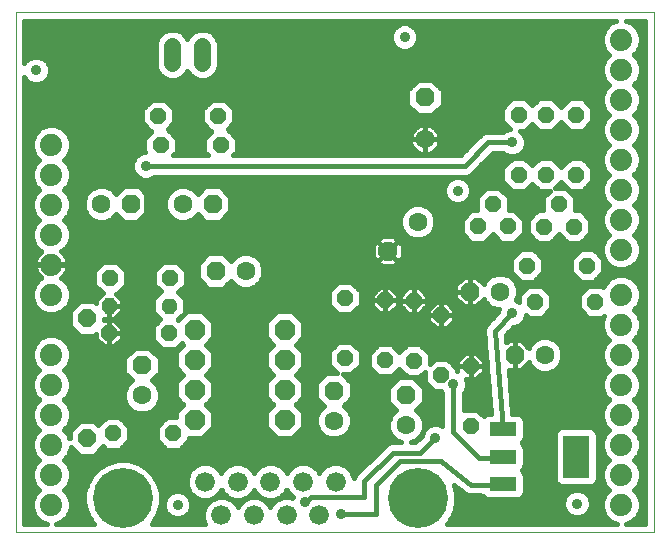
<source format=gtl>
G75*
%MOIN*%
%OFA0B0*%
%FSLAX25Y25*%
%IPPOS*%
%LPD*%
%AMOC8*
5,1,8,0,0,1.08239X$1,22.5*
%
%ADD10C,0.00000*%
%ADD11C,0.01260*%
%ADD12C,0.06300*%
%ADD13OC8,0.06300*%
%ADD14OC8,0.06800*%
%ADD15C,0.07400*%
%ADD16C,0.06600*%
%ADD17C,0.20000*%
%ADD18OC8,0.05200*%
%ADD19C,0.01040*%
%ADD20R,0.08800X0.04800*%
%ADD21R,0.08661X0.14173*%
%ADD22C,0.05600*%
%ADD23OC8,0.06000*%
%ADD24C,0.01600*%
%ADD25C,0.03562*%
D10*
X0173228Y0070866D02*
X0173228Y0244094D01*
X0385827Y0244094D01*
X0385827Y0070866D01*
X0173228Y0070866D01*
D11*
X0295305Y0164072D02*
X0294675Y0163442D01*
X0294683Y0165530D01*
X0296163Y0167000D01*
X0298251Y0166992D01*
X0299721Y0165512D01*
X0299713Y0163424D01*
X0298233Y0161954D01*
X0296145Y0161962D01*
X0294675Y0163442D01*
X0295622Y0163830D01*
X0295626Y0165135D01*
X0296551Y0166053D01*
X0297856Y0166049D01*
X0298774Y0165124D01*
X0298770Y0163819D01*
X0297845Y0162901D01*
X0296540Y0162905D01*
X0295622Y0163830D01*
X0296568Y0164218D01*
X0296570Y0164740D01*
X0296939Y0165107D01*
X0297461Y0165105D01*
X0297828Y0164736D01*
X0297826Y0164214D01*
X0297457Y0163847D01*
X0296935Y0163849D01*
X0296568Y0164218D01*
D12*
X0307132Y0174342D03*
X0309567Y0201780D03*
X0334567Y0151024D03*
X0349488Y0129921D03*
X0303268Y0106535D03*
X0279173Y0107992D03*
X0249764Y0157874D03*
X0228819Y0180197D03*
X0201732Y0180197D03*
X0215236Y0116378D03*
D13*
X0215236Y0126378D03*
X0239764Y0157874D03*
X0238819Y0180197D03*
X0211732Y0180197D03*
X0279173Y0117992D03*
X0303268Y0116535D03*
X0324567Y0151024D03*
X0339488Y0129921D03*
X0309567Y0215780D03*
D14*
X0262756Y0138307D03*
X0262756Y0128307D03*
X0262756Y0118307D03*
X0262756Y0108307D03*
X0232756Y0108307D03*
X0232756Y0118307D03*
X0232756Y0128307D03*
X0232756Y0138307D03*
D15*
X0185000Y0130000D03*
X0185000Y0120000D03*
X0185000Y0110000D03*
X0185000Y0100000D03*
X0185000Y0090000D03*
X0185000Y0080000D03*
X0185000Y0150000D03*
X0185000Y0160000D03*
X0185000Y0170000D03*
X0185000Y0180000D03*
X0185000Y0190000D03*
X0185000Y0200000D03*
X0375000Y0195000D03*
X0375000Y0205000D03*
X0375000Y0215000D03*
X0375000Y0225000D03*
X0375000Y0235000D03*
X0375000Y0185000D03*
X0375000Y0175000D03*
X0375000Y0165000D03*
X0375000Y0150000D03*
X0375000Y0140000D03*
X0375000Y0130000D03*
X0375000Y0120000D03*
X0375000Y0110000D03*
X0375000Y0100000D03*
X0375000Y0090000D03*
X0375000Y0080000D03*
D16*
X0279843Y0087677D03*
X0268937Y0087677D03*
X0258031Y0087677D03*
X0247126Y0087677D03*
X0236220Y0087677D03*
X0241673Y0076496D03*
X0252579Y0076496D03*
X0263484Y0076496D03*
X0274390Y0076496D03*
D17*
X0307224Y0082087D03*
X0208839Y0082087D03*
D18*
X0205591Y0103701D03*
X0225591Y0103701D03*
X0224252Y0137165D03*
X0224567Y0155512D03*
X0204567Y0155512D03*
X0204252Y0137165D03*
X0221417Y0199803D03*
X0220709Y0209606D03*
X0240709Y0209606D03*
X0241417Y0199803D03*
X0282835Y0148819D03*
X0296220Y0148110D03*
X0305748Y0148031D03*
X0314921Y0143110D03*
X0305748Y0128031D03*
X0296220Y0128110D03*
X0282835Y0128819D03*
X0314921Y0123110D03*
X0324803Y0126142D03*
X0324803Y0106142D03*
X0346299Y0147638D03*
X0343661Y0159685D03*
X0349291Y0172677D03*
X0354291Y0180177D03*
X0359291Y0172677D03*
X0363661Y0159685D03*
X0366299Y0147638D03*
X0337126Y0172717D03*
X0332126Y0180217D03*
X0327126Y0172717D03*
X0340748Y0190000D03*
X0349843Y0190000D03*
X0360000Y0190000D03*
X0360000Y0210000D03*
X0349843Y0210000D03*
X0340748Y0210000D03*
D19*
X0225808Y0145916D02*
X0226328Y0145396D01*
X0225105Y0144182D01*
X0223384Y0144188D01*
X0222170Y0145411D01*
X0222176Y0147132D01*
X0223399Y0148346D01*
X0225120Y0148340D01*
X0226334Y0147117D01*
X0226328Y0145396D01*
X0225550Y0145722D01*
X0224785Y0144963D01*
X0223710Y0144966D01*
X0222951Y0145731D01*
X0222954Y0146806D01*
X0223719Y0147565D01*
X0224794Y0147562D01*
X0225553Y0146797D01*
X0225550Y0145722D01*
X0224771Y0146048D01*
X0224465Y0145744D01*
X0224036Y0145745D01*
X0223732Y0146051D01*
X0223733Y0146480D01*
X0224039Y0146784D01*
X0224468Y0146783D01*
X0224772Y0146477D01*
X0224771Y0146048D01*
X0205808Y0145986D02*
X0206328Y0145466D01*
X0205105Y0144252D01*
X0203384Y0144258D01*
X0202170Y0145481D01*
X0202176Y0147202D01*
X0203399Y0148416D01*
X0205120Y0148410D01*
X0206334Y0147187D01*
X0206328Y0145466D01*
X0205550Y0145792D01*
X0204785Y0145033D01*
X0203710Y0145036D01*
X0202951Y0145801D01*
X0202954Y0146876D01*
X0203719Y0147635D01*
X0204794Y0147632D01*
X0205553Y0146867D01*
X0205550Y0145792D01*
X0204771Y0146118D01*
X0204465Y0145814D01*
X0204036Y0145815D01*
X0203732Y0146121D01*
X0203733Y0146550D01*
X0204039Y0146854D01*
X0204468Y0146853D01*
X0204772Y0146547D01*
X0204771Y0146118D01*
D20*
X0335595Y0105084D03*
X0335595Y0095984D03*
X0335595Y0086884D03*
D21*
X0359996Y0095984D03*
D22*
X0235315Y0227121D02*
X0235315Y0232721D01*
X0225315Y0232721D02*
X0225315Y0227121D01*
D23*
X0196850Y0142047D03*
X0196850Y0102047D03*
D24*
X0200677Y0106379D02*
X0199240Y0107816D01*
X0194461Y0107816D01*
X0191082Y0104437D01*
X0191082Y0102220D01*
X0190484Y0103664D01*
X0189148Y0105000D01*
X0190484Y0106336D01*
X0191468Y0108713D01*
X0191468Y0111287D01*
X0190484Y0113664D01*
X0189148Y0115000D01*
X0190484Y0116336D01*
X0191468Y0118713D01*
X0191468Y0121287D01*
X0190484Y0123664D01*
X0189148Y0125000D01*
X0190484Y0126336D01*
X0191468Y0128713D01*
X0191468Y0131287D01*
X0190484Y0133664D01*
X0188664Y0135484D01*
X0186287Y0136468D01*
X0183713Y0136468D01*
X0181336Y0135484D01*
X0179516Y0133664D01*
X0178531Y0131287D01*
X0178531Y0128713D01*
X0179516Y0126336D01*
X0180852Y0125000D01*
X0179516Y0123664D01*
X0178531Y0121287D01*
X0178531Y0118713D01*
X0179516Y0116336D01*
X0180852Y0115000D01*
X0179516Y0113664D01*
X0178531Y0111287D01*
X0178531Y0108713D01*
X0179516Y0106336D01*
X0180852Y0105000D01*
X0179516Y0103664D01*
X0178531Y0101287D01*
X0178531Y0098713D01*
X0179516Y0096336D01*
X0180852Y0095000D01*
X0179516Y0093664D01*
X0178531Y0091287D01*
X0178531Y0088713D01*
X0179516Y0086336D01*
X0180852Y0085000D01*
X0179516Y0083664D01*
X0178531Y0081287D01*
X0178531Y0078713D01*
X0179516Y0076336D01*
X0181336Y0074516D01*
X0183464Y0073635D01*
X0175997Y0073635D01*
X0175997Y0222389D01*
X0176064Y0222226D01*
X0177344Y0220946D01*
X0179016Y0220254D01*
X0180826Y0220254D01*
X0182498Y0220946D01*
X0183778Y0222226D01*
X0184471Y0223898D01*
X0184471Y0225708D01*
X0183778Y0227380D01*
X0182498Y0228660D01*
X0180826Y0229353D01*
X0179016Y0229353D01*
X0177344Y0228660D01*
X0176064Y0227380D01*
X0175997Y0227217D01*
X0175997Y0241326D01*
X0373369Y0241326D01*
X0371336Y0240484D01*
X0369516Y0238664D01*
X0368531Y0236287D01*
X0368531Y0233713D01*
X0369516Y0231336D01*
X0370852Y0230000D01*
X0369516Y0228664D01*
X0368531Y0226287D01*
X0368531Y0223713D01*
X0369516Y0221336D01*
X0370852Y0220000D01*
X0369516Y0218664D01*
X0368531Y0216287D01*
X0368531Y0213713D01*
X0369516Y0211336D01*
X0370852Y0210000D01*
X0369516Y0208664D01*
X0368531Y0206287D01*
X0368531Y0203713D01*
X0369516Y0201336D01*
X0370852Y0200000D01*
X0369516Y0198664D01*
X0368531Y0196287D01*
X0368531Y0193713D01*
X0369516Y0191336D01*
X0370852Y0190000D01*
X0369516Y0188664D01*
X0368531Y0186287D01*
X0368531Y0183713D01*
X0369516Y0181336D01*
X0370852Y0180000D01*
X0369516Y0178664D01*
X0368531Y0176287D01*
X0368531Y0173713D01*
X0369516Y0171336D01*
X0370852Y0170000D01*
X0369516Y0168664D01*
X0368531Y0166287D01*
X0368531Y0163713D01*
X0369516Y0161336D01*
X0371336Y0159516D01*
X0373713Y0158531D01*
X0376287Y0158531D01*
X0378664Y0159516D01*
X0380484Y0161336D01*
X0381468Y0163713D01*
X0381468Y0166287D01*
X0380484Y0168664D01*
X0379148Y0170000D01*
X0380484Y0171336D01*
X0381468Y0173713D01*
X0381468Y0176287D01*
X0380484Y0178664D01*
X0379148Y0180000D01*
X0380484Y0181336D01*
X0381468Y0183713D01*
X0381468Y0186287D01*
X0380484Y0188664D01*
X0379148Y0190000D01*
X0380484Y0191336D01*
X0381468Y0193713D01*
X0381468Y0196287D01*
X0380484Y0198664D01*
X0379148Y0200000D01*
X0380484Y0201336D01*
X0381468Y0203713D01*
X0381468Y0206287D01*
X0380484Y0208664D01*
X0379148Y0210000D01*
X0380484Y0211336D01*
X0381468Y0213713D01*
X0381468Y0216287D01*
X0380484Y0218664D01*
X0379148Y0220000D01*
X0380484Y0221336D01*
X0381468Y0223713D01*
X0381468Y0226287D01*
X0380484Y0228664D01*
X0379148Y0230000D01*
X0380484Y0231336D01*
X0381468Y0233713D01*
X0381468Y0236287D01*
X0380484Y0238664D01*
X0378664Y0240484D01*
X0376631Y0241326D01*
X0383058Y0241326D01*
X0383058Y0073635D01*
X0376536Y0073635D01*
X0378664Y0074516D01*
X0380484Y0076336D01*
X0381468Y0078713D01*
X0381468Y0081287D01*
X0380484Y0083664D01*
X0379148Y0085000D01*
X0380484Y0086336D01*
X0381468Y0088713D01*
X0381468Y0091287D01*
X0380484Y0093664D01*
X0379148Y0095000D01*
X0380484Y0096336D01*
X0381468Y0098713D01*
X0381468Y0101287D01*
X0380484Y0103664D01*
X0379148Y0105000D01*
X0380484Y0106336D01*
X0381468Y0108713D01*
X0381468Y0111287D01*
X0380484Y0113664D01*
X0379148Y0115000D01*
X0380484Y0116336D01*
X0381468Y0118713D01*
X0381468Y0121287D01*
X0380484Y0123664D01*
X0379148Y0125000D01*
X0380484Y0126336D01*
X0381468Y0128713D01*
X0381468Y0131287D01*
X0380484Y0133664D01*
X0379148Y0135000D01*
X0380484Y0136336D01*
X0381468Y0138713D01*
X0381468Y0141287D01*
X0380484Y0143664D01*
X0379148Y0145000D01*
X0380484Y0146336D01*
X0381468Y0148713D01*
X0381468Y0151287D01*
X0380484Y0153664D01*
X0378664Y0155484D01*
X0376287Y0156468D01*
X0373713Y0156468D01*
X0371336Y0155484D01*
X0369516Y0153664D01*
X0369033Y0152497D01*
X0368523Y0153006D01*
X0364076Y0153006D01*
X0360931Y0149861D01*
X0360931Y0145414D01*
X0364076Y0142269D01*
X0368523Y0142269D01*
X0369232Y0142979D01*
X0368531Y0141287D01*
X0368531Y0138713D01*
X0369516Y0136336D01*
X0370852Y0135000D01*
X0369516Y0133664D01*
X0368531Y0131287D01*
X0368531Y0128713D01*
X0369516Y0126336D01*
X0370852Y0125000D01*
X0369516Y0123664D01*
X0368531Y0121287D01*
X0368531Y0118713D01*
X0369516Y0116336D01*
X0370852Y0115000D01*
X0369516Y0113664D01*
X0368531Y0111287D01*
X0368531Y0108713D01*
X0369516Y0106336D01*
X0370852Y0105000D01*
X0369516Y0103664D01*
X0368531Y0101287D01*
X0368531Y0098713D01*
X0369516Y0096336D01*
X0370852Y0095000D01*
X0369516Y0093664D01*
X0368531Y0091287D01*
X0368531Y0088713D01*
X0369516Y0086336D01*
X0370852Y0085000D01*
X0369516Y0083664D01*
X0368531Y0081287D01*
X0368531Y0078713D01*
X0369516Y0076336D01*
X0371336Y0074516D01*
X0373464Y0073635D01*
X0316830Y0073635D01*
X0317442Y0074247D01*
X0319123Y0077158D01*
X0319993Y0080406D01*
X0319993Y0083768D01*
X0319268Y0086472D01*
X0322420Y0083951D01*
X0322782Y0083589D01*
X0322969Y0083511D01*
X0323128Y0083384D01*
X0323620Y0083242D01*
X0324093Y0083046D01*
X0324297Y0083046D01*
X0324492Y0082989D01*
X0325001Y0083046D01*
X0327894Y0083046D01*
X0328193Y0082922D01*
X0328301Y0082922D01*
X0328403Y0082887D01*
X0328851Y0082913D01*
X0329627Y0082137D01*
X0330645Y0081716D01*
X0340546Y0081716D01*
X0341563Y0082137D01*
X0342342Y0082916D01*
X0342764Y0083934D01*
X0342764Y0089835D01*
X0342342Y0090852D01*
X0341761Y0091434D01*
X0342342Y0092016D01*
X0342764Y0093034D01*
X0342764Y0098935D01*
X0342342Y0099952D01*
X0341761Y0100534D01*
X0342342Y0101116D01*
X0342764Y0102134D01*
X0342764Y0108035D01*
X0342342Y0109052D01*
X0341563Y0109831D01*
X0340546Y0110253D01*
X0338743Y0110253D01*
X0337509Y0124971D01*
X0339488Y0124971D01*
X0339488Y0129921D01*
X0339488Y0129921D01*
X0339488Y0124971D01*
X0341539Y0124971D01*
X0344080Y0127513D01*
X0344471Y0126569D01*
X0346136Y0124904D01*
X0348311Y0124003D01*
X0350665Y0124003D01*
X0352841Y0124904D01*
X0354506Y0126569D01*
X0355407Y0128744D01*
X0355407Y0131099D01*
X0354506Y0133274D01*
X0352841Y0134939D01*
X0350665Y0135840D01*
X0348311Y0135840D01*
X0346136Y0134939D01*
X0344471Y0133274D01*
X0344080Y0132330D01*
X0341539Y0134871D01*
X0339488Y0134871D01*
X0337438Y0134871D01*
X0336738Y0134171D01*
X0336534Y0136605D01*
X0339080Y0139151D01*
X0339488Y0139151D01*
X0341160Y0139844D01*
X0342440Y0141124D01*
X0343132Y0142796D01*
X0343132Y0143213D01*
X0344076Y0142269D01*
X0348523Y0142269D01*
X0351668Y0145414D01*
X0351668Y0149861D01*
X0348523Y0153006D01*
X0344076Y0153006D01*
X0340931Y0149861D01*
X0340931Y0147653D01*
X0339775Y0148131D01*
X0340485Y0149846D01*
X0340485Y0152201D01*
X0339584Y0154376D01*
X0337919Y0156041D01*
X0335744Y0156942D01*
X0333390Y0156942D01*
X0331214Y0156041D01*
X0329549Y0154376D01*
X0329159Y0153432D01*
X0326617Y0155974D01*
X0324567Y0155974D01*
X0324567Y0151024D01*
X0324567Y0151024D01*
X0324567Y0155974D01*
X0322517Y0155974D01*
X0319617Y0153074D01*
X0319617Y0151024D01*
X0324567Y0151024D01*
X0324567Y0151024D01*
X0319617Y0151024D01*
X0319617Y0148973D01*
X0322517Y0146074D01*
X0324567Y0146074D01*
X0326617Y0146074D01*
X0329159Y0148615D01*
X0329549Y0147671D01*
X0331214Y0146006D01*
X0333390Y0145105D01*
X0334240Y0145105D01*
X0334033Y0144606D01*
X0334033Y0144198D01*
X0330709Y0140874D01*
X0330572Y0140803D01*
X0330210Y0140375D01*
X0329814Y0139979D01*
X0329755Y0139837D01*
X0329656Y0139719D01*
X0329485Y0139185D01*
X0329271Y0138667D01*
X0329271Y0138513D01*
X0329224Y0138367D01*
X0329271Y0137808D01*
X0329271Y0137248D01*
X0329330Y0137105D01*
X0331581Y0110253D01*
X0330645Y0110253D01*
X0329627Y0109831D01*
X0329166Y0109371D01*
X0327027Y0111510D01*
X0322579Y0111510D01*
X0322466Y0111397D01*
X0322466Y0117213D01*
X0322755Y0117502D01*
X0323447Y0119174D01*
X0323447Y0120984D01*
X0323133Y0121742D01*
X0324803Y0121742D01*
X0324803Y0126142D01*
X0324803Y0130542D01*
X0322981Y0130542D01*
X0320403Y0127964D01*
X0320403Y0126142D01*
X0324803Y0126142D01*
X0324803Y0126142D01*
X0324803Y0126142D01*
X0324803Y0130542D01*
X0326626Y0130542D01*
X0329203Y0127964D01*
X0329203Y0126142D01*
X0324803Y0126142D01*
X0320403Y0126142D01*
X0320403Y0124380D01*
X0320290Y0124427D01*
X0320290Y0125334D01*
X0317145Y0128479D01*
X0312698Y0128479D01*
X0311117Y0126898D01*
X0311117Y0130255D01*
X0307972Y0133400D01*
X0303524Y0133400D01*
X0301024Y0130899D01*
X0298444Y0133479D01*
X0293997Y0133479D01*
X0290852Y0130334D01*
X0290852Y0125887D01*
X0293997Y0122742D01*
X0298444Y0122742D01*
X0300945Y0125242D01*
X0303524Y0122663D01*
X0307972Y0122663D01*
X0309553Y0124244D01*
X0309553Y0120887D01*
X0312698Y0117742D01*
X0314941Y0117742D01*
X0315041Y0117502D01*
X0315329Y0117213D01*
X0315329Y0106319D01*
X0313897Y0106912D01*
X0312087Y0106912D01*
X0310415Y0106219D01*
X0309135Y0104939D01*
X0308443Y0103267D01*
X0308443Y0102859D01*
X0306396Y0100813D01*
X0304917Y0100813D01*
X0306620Y0101518D01*
X0308285Y0103183D01*
X0309186Y0105358D01*
X0309186Y0107713D01*
X0308285Y0109888D01*
X0306638Y0111535D01*
X0309186Y0114084D01*
X0309186Y0118987D01*
X0305719Y0122454D01*
X0300816Y0122454D01*
X0297349Y0118987D01*
X0297349Y0114084D01*
X0299898Y0111535D01*
X0298250Y0109888D01*
X0297349Y0107713D01*
X0297349Y0105358D01*
X0298250Y0103183D01*
X0299915Y0101518D01*
X0301618Y0100813D01*
X0298109Y0100813D01*
X0296798Y0100269D01*
X0295794Y0099265D01*
X0286345Y0089817D01*
X0285911Y0088769D01*
X0285911Y0088884D01*
X0284987Y0091115D01*
X0287643Y0091115D01*
X0286221Y0089517D02*
X0285649Y0089517D01*
X0284987Y0091115D02*
X0283280Y0092822D01*
X0281050Y0093746D01*
X0278635Y0093746D01*
X0276405Y0092822D01*
X0274698Y0091115D01*
X0274390Y0090371D01*
X0274082Y0091115D01*
X0272375Y0092822D01*
X0270144Y0093746D01*
X0267730Y0093746D01*
X0265499Y0092822D01*
X0263792Y0091115D01*
X0263484Y0090371D01*
X0263176Y0091115D01*
X0261469Y0092822D01*
X0259239Y0093746D01*
X0256824Y0093746D01*
X0254594Y0092822D01*
X0252887Y0091115D01*
X0252579Y0090371D01*
X0252271Y0091115D01*
X0250564Y0092822D01*
X0248333Y0093746D01*
X0245919Y0093746D01*
X0243688Y0092822D01*
X0241981Y0091115D01*
X0241673Y0090371D01*
X0241365Y0091115D01*
X0239658Y0092822D01*
X0237428Y0093746D01*
X0235013Y0093746D01*
X0232783Y0092822D01*
X0231076Y0091115D01*
X0217867Y0091115D01*
X0219056Y0089927D02*
X0216679Y0092304D01*
X0213767Y0093985D01*
X0210520Y0094855D01*
X0207158Y0094855D01*
X0203910Y0093985D01*
X0200999Y0092304D01*
X0198621Y0089927D01*
X0196940Y0087015D01*
X0196070Y0083768D01*
X0196070Y0080406D01*
X0196940Y0077158D01*
X0198621Y0074247D01*
X0199233Y0073635D01*
X0186536Y0073635D01*
X0188664Y0074516D01*
X0190484Y0076336D01*
X0191468Y0078713D01*
X0191468Y0081287D01*
X0190484Y0083664D01*
X0189148Y0085000D01*
X0190484Y0086336D01*
X0191468Y0088713D01*
X0191468Y0091287D01*
X0190484Y0093664D01*
X0189148Y0095000D01*
X0190484Y0096336D01*
X0191468Y0098713D01*
X0191468Y0099271D01*
X0194461Y0096279D01*
X0199240Y0096279D01*
X0202330Y0099369D01*
X0203367Y0098332D01*
X0207814Y0098332D01*
X0210959Y0101477D01*
X0210959Y0105924D01*
X0207814Y0109069D01*
X0203367Y0109069D01*
X0200677Y0106379D01*
X0201398Y0107100D02*
X0199955Y0107100D01*
X0202996Y0108699D02*
X0191462Y0108699D01*
X0191468Y0110297D02*
X0226587Y0110297D01*
X0226587Y0110862D02*
X0226587Y0109069D01*
X0223367Y0109069D01*
X0220222Y0105924D01*
X0220222Y0101477D01*
X0223367Y0098332D01*
X0227814Y0098332D01*
X0230959Y0101477D01*
X0230959Y0102139D01*
X0235311Y0102139D01*
X0238924Y0105752D01*
X0238924Y0110862D01*
X0236479Y0113307D01*
X0238924Y0115752D01*
X0238924Y0120862D01*
X0236479Y0123307D01*
X0238924Y0125752D01*
X0238924Y0130862D01*
X0236479Y0133307D01*
X0238924Y0135752D01*
X0238924Y0140862D01*
X0235311Y0144476D01*
X0230201Y0144476D01*
X0227367Y0141642D01*
X0227292Y0141717D01*
X0229613Y0144022D01*
X0229628Y0148469D01*
X0227380Y0150733D01*
X0229935Y0153288D01*
X0229935Y0157736D01*
X0226791Y0160880D01*
X0222343Y0160880D01*
X0219198Y0157736D01*
X0219198Y0153288D01*
X0221444Y0151042D01*
X0218891Y0148507D01*
X0218876Y0144059D01*
X0221207Y0141712D01*
X0218883Y0139389D01*
X0218883Y0134942D01*
X0222028Y0131797D01*
X0226476Y0131797D01*
X0228509Y0133830D01*
X0229032Y0133307D01*
X0226587Y0130862D01*
X0226587Y0125752D01*
X0229032Y0123307D01*
X0226587Y0120862D01*
X0226587Y0115752D01*
X0229032Y0113307D01*
X0226587Y0110862D01*
X0227621Y0111896D02*
X0219124Y0111896D01*
X0218589Y0111360D02*
X0220254Y0113025D01*
X0221155Y0115201D01*
X0221155Y0117555D01*
X0220254Y0119731D01*
X0218606Y0121378D01*
X0221155Y0123926D01*
X0221155Y0128829D01*
X0217688Y0132296D01*
X0212785Y0132296D01*
X0209318Y0128829D01*
X0209318Y0123926D01*
X0211866Y0121378D01*
X0210219Y0119731D01*
X0209318Y0117555D01*
X0209318Y0115201D01*
X0210219Y0113025D01*
X0211884Y0111360D01*
X0214059Y0110459D01*
X0216413Y0110459D01*
X0218589Y0111360D01*
X0220448Y0113494D02*
X0228845Y0113494D01*
X0227247Y0115093D02*
X0221110Y0115093D01*
X0221155Y0116691D02*
X0226587Y0116691D01*
X0226587Y0118290D02*
X0220850Y0118290D01*
X0220096Y0119888D02*
X0226587Y0119888D01*
X0227212Y0121487D02*
X0218715Y0121487D01*
X0220314Y0123085D02*
X0228811Y0123085D01*
X0227656Y0124684D02*
X0221155Y0124684D01*
X0221155Y0126282D02*
X0226587Y0126282D01*
X0226587Y0127881D02*
X0221155Y0127881D01*
X0220505Y0129479D02*
X0226587Y0129479D01*
X0226803Y0131078D02*
X0218906Y0131078D01*
X0221149Y0132676D02*
X0190893Y0132676D01*
X0191468Y0131078D02*
X0211566Y0131078D01*
X0209968Y0129479D02*
X0191468Y0129479D01*
X0191124Y0127881D02*
X0209318Y0127881D01*
X0209318Y0126282D02*
X0190430Y0126282D01*
X0189464Y0124684D02*
X0209318Y0124684D01*
X0210159Y0123085D02*
X0190723Y0123085D01*
X0191386Y0121487D02*
X0211757Y0121487D01*
X0210377Y0119888D02*
X0191468Y0119888D01*
X0191293Y0118290D02*
X0209622Y0118290D01*
X0209318Y0116691D02*
X0190631Y0116691D01*
X0189241Y0115093D02*
X0209362Y0115093D01*
X0210025Y0113494D02*
X0190554Y0113494D01*
X0191216Y0111896D02*
X0211348Y0111896D01*
X0208185Y0108699D02*
X0222996Y0108699D01*
X0221398Y0107100D02*
X0209783Y0107100D01*
X0210959Y0105502D02*
X0220222Y0105502D01*
X0220222Y0103903D02*
X0210959Y0103903D01*
X0210959Y0102305D02*
X0220222Y0102305D01*
X0220993Y0100706D02*
X0210188Y0100706D01*
X0208590Y0099108D02*
X0222591Y0099108D01*
X0228590Y0099108D02*
X0295636Y0099108D01*
X0294037Y0097509D02*
X0200470Y0097509D01*
X0202069Y0099108D02*
X0202591Y0099108D01*
X0205131Y0094312D02*
X0189836Y0094312D01*
X0190059Y0095911D02*
X0292439Y0095911D01*
X0290840Y0094312D02*
X0212546Y0094312D01*
X0215969Y0092714D02*
X0232675Y0092714D01*
X0231076Y0091115D02*
X0230152Y0088884D01*
X0230152Y0086470D01*
X0231076Y0084240D01*
X0232783Y0082533D01*
X0235013Y0081609D01*
X0237428Y0081609D01*
X0239658Y0082533D01*
X0241365Y0084240D01*
X0241673Y0084984D01*
X0241981Y0084240D01*
X0243688Y0082533D01*
X0245919Y0081609D01*
X0248333Y0081609D01*
X0250564Y0082533D01*
X0252271Y0084240D01*
X0252579Y0084984D01*
X0252887Y0084240D01*
X0254594Y0082533D01*
X0256824Y0081609D01*
X0259239Y0081609D01*
X0261469Y0082533D01*
X0263176Y0084240D01*
X0263484Y0084984D01*
X0263792Y0084240D01*
X0265499Y0082533D01*
X0265514Y0082527D01*
X0265407Y0082268D01*
X0264691Y0082565D01*
X0262277Y0082565D01*
X0260047Y0081641D01*
X0258340Y0079934D01*
X0258031Y0079190D01*
X0257723Y0079934D01*
X0256016Y0081641D01*
X0253786Y0082565D01*
X0251372Y0082565D01*
X0249141Y0081641D01*
X0247434Y0079934D01*
X0247126Y0079190D01*
X0246818Y0079934D01*
X0245111Y0081641D01*
X0242880Y0082565D01*
X0240466Y0082565D01*
X0238236Y0081641D01*
X0236529Y0079934D01*
X0235605Y0077703D01*
X0235605Y0075289D01*
X0236290Y0073635D01*
X0218444Y0073635D01*
X0219056Y0074247D01*
X0220737Y0077158D01*
X0221607Y0080406D01*
X0221607Y0083768D01*
X0220737Y0087015D01*
X0219056Y0089927D01*
X0219293Y0089517D02*
X0230414Y0089517D01*
X0230152Y0087918D02*
X0220216Y0087918D01*
X0220923Y0086320D02*
X0230214Y0086320D01*
X0230876Y0084721D02*
X0221352Y0084721D01*
X0221607Y0083123D02*
X0223933Y0083123D01*
X0223308Y0082498D02*
X0222616Y0080826D01*
X0222616Y0079016D01*
X0223308Y0077344D01*
X0224588Y0076064D01*
X0226260Y0075372D01*
X0228070Y0075372D01*
X0229742Y0076064D01*
X0231022Y0077344D01*
X0231715Y0079016D01*
X0231715Y0080826D01*
X0231022Y0082498D01*
X0229742Y0083778D01*
X0228070Y0084471D01*
X0226260Y0084471D01*
X0224588Y0083778D01*
X0223308Y0082498D01*
X0222905Y0081524D02*
X0221607Y0081524D01*
X0221478Y0079926D02*
X0222616Y0079926D01*
X0222901Y0078327D02*
X0221050Y0078327D01*
X0220489Y0076729D02*
X0223924Y0076729D01*
X0219566Y0075130D02*
X0235671Y0075130D01*
X0235605Y0076729D02*
X0230407Y0076729D01*
X0231429Y0078327D02*
X0235863Y0078327D01*
X0236525Y0079926D02*
X0231715Y0079926D01*
X0231426Y0081524D02*
X0238119Y0081524D01*
X0240248Y0083123D02*
X0243098Y0083123D01*
X0241782Y0084721D02*
X0241565Y0084721D01*
X0245227Y0081524D02*
X0249025Y0081524D01*
X0247431Y0079926D02*
X0246821Y0079926D01*
X0251154Y0083123D02*
X0254004Y0083123D01*
X0252687Y0084721D02*
X0252470Y0084721D01*
X0256133Y0081524D02*
X0259930Y0081524D01*
X0258336Y0079926D02*
X0257727Y0079926D01*
X0262059Y0083123D02*
X0264909Y0083123D01*
X0263593Y0084721D02*
X0263376Y0084721D01*
X0263176Y0091115D02*
X0263793Y0091115D01*
X0265391Y0092714D02*
X0261577Y0092714D01*
X0254486Y0092714D02*
X0250672Y0092714D01*
X0252270Y0091115D02*
X0252887Y0091115D01*
X0243580Y0092714D02*
X0239766Y0092714D01*
X0241365Y0091115D02*
X0241982Y0091115D01*
X0232193Y0083123D02*
X0230398Y0083123D01*
X0230188Y0100706D02*
X0297852Y0100706D01*
X0299128Y0102305D02*
X0280908Y0102305D01*
X0280350Y0102074D02*
X0282526Y0102975D01*
X0284191Y0104640D01*
X0285092Y0106815D01*
X0285092Y0109169D01*
X0284191Y0111345D01*
X0282543Y0112992D01*
X0285092Y0115541D01*
X0285092Y0120444D01*
X0282085Y0123450D01*
X0285058Y0123450D01*
X0288203Y0126595D01*
X0288203Y0131043D01*
X0285058Y0134187D01*
X0280611Y0134187D01*
X0277466Y0131043D01*
X0277466Y0126595D01*
X0280151Y0123911D01*
X0276722Y0123911D01*
X0273255Y0120444D01*
X0273255Y0115541D01*
X0275803Y0112992D01*
X0274156Y0111345D01*
X0273255Y0109169D01*
X0273255Y0106815D01*
X0274156Y0104640D01*
X0275821Y0102975D01*
X0277996Y0102074D01*
X0280350Y0102074D01*
X0283454Y0103903D02*
X0297952Y0103903D01*
X0297349Y0105502D02*
X0284548Y0105502D01*
X0285092Y0107100D02*
X0297349Y0107100D01*
X0297758Y0108699D02*
X0285092Y0108699D01*
X0284625Y0110297D02*
X0298660Y0110297D01*
X0299537Y0111896D02*
X0283640Y0111896D01*
X0283045Y0113494D02*
X0297939Y0113494D01*
X0297349Y0115093D02*
X0284644Y0115093D01*
X0285092Y0116691D02*
X0297349Y0116691D01*
X0297349Y0118290D02*
X0285092Y0118290D01*
X0285092Y0119888D02*
X0298251Y0119888D01*
X0299849Y0121487D02*
X0284048Y0121487D01*
X0282450Y0123085D02*
X0293653Y0123085D01*
X0292055Y0124684D02*
X0286292Y0124684D01*
X0287890Y0126282D02*
X0290852Y0126282D01*
X0290852Y0127881D02*
X0288203Y0127881D01*
X0288203Y0129479D02*
X0290852Y0129479D01*
X0291596Y0131078D02*
X0288168Y0131078D01*
X0286569Y0132676D02*
X0293194Y0132676D01*
X0299246Y0132676D02*
X0302801Y0132676D01*
X0301202Y0131078D02*
X0300845Y0131078D01*
X0300386Y0124684D02*
X0301503Y0124684D01*
X0303102Y0123085D02*
X0298788Y0123085D01*
X0306686Y0121487D02*
X0309553Y0121487D01*
X0309553Y0123085D02*
X0308394Y0123085D01*
X0308285Y0119888D02*
X0310551Y0119888D01*
X0309186Y0118290D02*
X0312149Y0118290D01*
X0309186Y0116691D02*
X0315329Y0116691D01*
X0315329Y0115093D02*
X0309186Y0115093D01*
X0308597Y0113494D02*
X0315329Y0113494D01*
X0315329Y0111896D02*
X0306998Y0111896D01*
X0307876Y0110297D02*
X0315329Y0110297D01*
X0315329Y0108699D02*
X0308778Y0108699D01*
X0309186Y0107100D02*
X0315329Y0107100D01*
X0318898Y0104331D02*
X0318898Y0120079D01*
X0323081Y0118290D02*
X0330907Y0118290D01*
X0330773Y0119888D02*
X0323447Y0119888D01*
X0323239Y0121487D02*
X0330639Y0121487D01*
X0330505Y0123085D02*
X0327969Y0123085D01*
X0329203Y0124319D02*
X0326626Y0121742D01*
X0324803Y0121742D01*
X0324803Y0126142D01*
X0324803Y0126142D01*
X0324803Y0126142D01*
X0329203Y0126142D01*
X0329203Y0124319D01*
X0329203Y0124684D02*
X0330371Y0124684D01*
X0330237Y0126282D02*
X0329203Y0126282D01*
X0329203Y0127881D02*
X0330103Y0127881D01*
X0329969Y0129479D02*
X0327688Y0129479D01*
X0329835Y0131078D02*
X0310294Y0131078D01*
X0311117Y0129479D02*
X0321918Y0129479D01*
X0320403Y0127881D02*
X0317743Y0127881D01*
X0319341Y0126282D02*
X0320403Y0126282D01*
X0320403Y0124684D02*
X0320290Y0124684D01*
X0324803Y0124684D02*
X0324803Y0124684D01*
X0324803Y0126282D02*
X0324803Y0126282D01*
X0324803Y0127881D02*
X0324803Y0127881D01*
X0324803Y0129479D02*
X0324803Y0129479D01*
X0329701Y0132676D02*
X0308695Y0132676D01*
X0311117Y0127881D02*
X0312100Y0127881D01*
X0313099Y0138710D02*
X0310521Y0141288D01*
X0310521Y0143110D01*
X0314921Y0143110D01*
X0314921Y0143110D01*
X0314921Y0143110D01*
X0314921Y0138710D01*
X0313099Y0138710D01*
X0312738Y0139070D02*
X0268924Y0139070D01*
X0268924Y0137472D02*
X0329271Y0137472D01*
X0329433Y0135873D02*
X0268924Y0135873D01*
X0268924Y0135752D02*
X0268924Y0140862D01*
X0265311Y0144476D01*
X0260201Y0144476D01*
X0256587Y0140862D01*
X0256587Y0135752D01*
X0259032Y0133307D01*
X0256587Y0130862D01*
X0256587Y0125752D01*
X0259032Y0123307D01*
X0256587Y0120862D01*
X0256587Y0115752D01*
X0259032Y0113307D01*
X0256587Y0110862D01*
X0256587Y0105752D01*
X0260201Y0102139D01*
X0265311Y0102139D01*
X0268924Y0105752D01*
X0268924Y0110862D01*
X0266479Y0113307D01*
X0268924Y0115752D01*
X0268924Y0120862D01*
X0266479Y0123307D01*
X0268924Y0125752D01*
X0268924Y0130862D01*
X0266479Y0133307D01*
X0268924Y0135752D01*
X0267447Y0134275D02*
X0329567Y0134275D01*
X0329438Y0139070D02*
X0317104Y0139070D01*
X0316744Y0138710D02*
X0319321Y0141288D01*
X0319321Y0143110D01*
X0314921Y0143110D01*
X0310521Y0143110D01*
X0310521Y0144933D01*
X0313099Y0147510D01*
X0314921Y0147510D01*
X0314921Y0143110D01*
X0314921Y0138710D01*
X0316744Y0138710D01*
X0314921Y0139070D02*
X0314921Y0139070D01*
X0314921Y0140669D02*
X0314921Y0140669D01*
X0314921Y0142268D02*
X0314921Y0142268D01*
X0314921Y0143110D02*
X0314921Y0143110D01*
X0314921Y0143110D01*
X0314921Y0147510D01*
X0316744Y0147510D01*
X0319321Y0144933D01*
X0319321Y0143110D01*
X0314921Y0143110D01*
X0314921Y0143866D02*
X0314921Y0143866D01*
X0314921Y0145465D02*
X0314921Y0145465D01*
X0314921Y0147063D02*
X0314921Y0147063D01*
X0312652Y0147063D02*
X0310148Y0147063D01*
X0310148Y0146209D02*
X0310148Y0148031D01*
X0305748Y0148031D01*
X0305748Y0143631D01*
X0305748Y0148031D01*
X0305748Y0148031D01*
X0301348Y0148031D01*
X0301348Y0146209D01*
X0303925Y0143631D01*
X0305748Y0143631D01*
X0307571Y0143631D01*
X0310148Y0146209D01*
X0309404Y0145465D02*
X0311053Y0145465D01*
X0310521Y0143866D02*
X0307805Y0143866D01*
X0305748Y0143866D02*
X0305748Y0143866D01*
X0305748Y0145465D02*
X0305748Y0145465D01*
X0305748Y0147063D02*
X0305748Y0147063D01*
X0305748Y0148031D02*
X0305748Y0148032D01*
X0305748Y0152431D01*
X0303925Y0152431D01*
X0301348Y0149854D01*
X0301348Y0148032D01*
X0305748Y0148032D01*
X0305748Y0148032D01*
X0305748Y0152431D01*
X0307571Y0152431D01*
X0310148Y0149854D01*
X0310148Y0148032D01*
X0305748Y0148032D01*
X0305748Y0148031D01*
X0305748Y0148662D02*
X0305748Y0148662D01*
X0305748Y0150260D02*
X0305748Y0150260D01*
X0305748Y0151859D02*
X0305748Y0151859D01*
X0303353Y0151859D02*
X0298695Y0151859D01*
X0298043Y0152510D02*
X0296221Y0152510D01*
X0296221Y0148110D01*
X0296221Y0148110D01*
X0300620Y0148110D01*
X0300620Y0146288D01*
X0298043Y0143710D01*
X0296221Y0143710D01*
X0296221Y0148110D01*
X0296220Y0148110D01*
X0291820Y0148110D01*
X0291820Y0146288D01*
X0294398Y0143710D01*
X0296220Y0143710D01*
X0296220Y0148110D01*
X0296220Y0148110D01*
X0291820Y0148110D01*
X0291820Y0149933D01*
X0294398Y0152510D01*
X0296220Y0152510D01*
X0296220Y0148110D01*
X0296221Y0148110D01*
X0300620Y0148110D01*
X0300620Y0149933D01*
X0298043Y0152510D01*
X0296221Y0151859D02*
X0296220Y0151859D01*
X0296220Y0150260D02*
X0296221Y0150260D01*
X0296220Y0148662D02*
X0296221Y0148662D01*
X0296220Y0147063D02*
X0296221Y0147063D01*
X0296220Y0145465D02*
X0296221Y0145465D01*
X0296220Y0143866D02*
X0296221Y0143866D01*
X0298199Y0143866D02*
X0303691Y0143866D01*
X0302092Y0145465D02*
X0299797Y0145465D01*
X0300620Y0147063D02*
X0301348Y0147063D01*
X0301348Y0148662D02*
X0300620Y0148662D01*
X0300293Y0150260D02*
X0301754Y0150260D01*
X0308143Y0151859D02*
X0319617Y0151859D01*
X0319617Y0150260D02*
X0309742Y0150260D01*
X0310148Y0148662D02*
X0319929Y0148662D01*
X0321527Y0147063D02*
X0317191Y0147063D01*
X0318789Y0145465D02*
X0332522Y0145465D01*
X0333701Y0143866D02*
X0319321Y0143866D01*
X0319321Y0142268D02*
X0332103Y0142268D01*
X0330459Y0140669D02*
X0318703Y0140669D01*
X0311140Y0140669D02*
X0268924Y0140669D01*
X0267519Y0142268D02*
X0310521Y0142268D01*
X0320000Y0153457D02*
X0285789Y0153457D01*
X0285058Y0154187D02*
X0280611Y0154187D01*
X0277466Y0151043D01*
X0277466Y0146595D01*
X0280611Y0143450D01*
X0285058Y0143450D01*
X0288203Y0146595D01*
X0288203Y0151043D01*
X0285058Y0154187D01*
X0287387Y0151859D02*
X0293746Y0151859D01*
X0292148Y0150260D02*
X0288203Y0150260D01*
X0288203Y0148662D02*
X0291820Y0148662D01*
X0291820Y0147063D02*
X0288203Y0147063D01*
X0287072Y0145465D02*
X0292644Y0145465D01*
X0294242Y0143866D02*
X0285474Y0143866D01*
X0280195Y0143866D02*
X0265921Y0143866D01*
X0259591Y0143866D02*
X0235921Y0143866D01*
X0237519Y0142268D02*
X0257993Y0142268D01*
X0256587Y0140669D02*
X0238924Y0140669D01*
X0238924Y0139070D02*
X0256587Y0139070D01*
X0256587Y0137472D02*
X0238924Y0137472D01*
X0238924Y0135873D02*
X0256587Y0135873D01*
X0258064Y0134275D02*
X0237447Y0134275D01*
X0237110Y0132676D02*
X0258402Y0132676D01*
X0256803Y0131078D02*
X0238709Y0131078D01*
X0238924Y0129479D02*
X0256587Y0129479D01*
X0256587Y0127881D02*
X0238924Y0127881D01*
X0238924Y0126282D02*
X0256587Y0126282D01*
X0257656Y0124684D02*
X0237856Y0124684D01*
X0236701Y0123085D02*
X0258811Y0123085D01*
X0257212Y0121487D02*
X0238300Y0121487D01*
X0238924Y0119888D02*
X0256587Y0119888D01*
X0256587Y0118290D02*
X0238924Y0118290D01*
X0238924Y0116691D02*
X0256587Y0116691D01*
X0257247Y0115093D02*
X0238265Y0115093D01*
X0236667Y0113494D02*
X0258845Y0113494D01*
X0257621Y0111896D02*
X0237891Y0111896D01*
X0238924Y0110297D02*
X0256587Y0110297D01*
X0256587Y0108699D02*
X0238924Y0108699D01*
X0238924Y0107100D02*
X0256587Y0107100D01*
X0256838Y0105502D02*
X0238674Y0105502D01*
X0237076Y0103903D02*
X0258436Y0103903D01*
X0260035Y0102305D02*
X0235477Y0102305D01*
X0265477Y0102305D02*
X0277438Y0102305D01*
X0274892Y0103903D02*
X0267076Y0103903D01*
X0268674Y0105502D02*
X0273799Y0105502D01*
X0273255Y0107100D02*
X0268924Y0107100D01*
X0268924Y0108699D02*
X0273255Y0108699D01*
X0273722Y0110297D02*
X0268924Y0110297D01*
X0267891Y0111896D02*
X0274707Y0111896D01*
X0275301Y0113494D02*
X0266667Y0113494D01*
X0268265Y0115093D02*
X0273703Y0115093D01*
X0273255Y0116691D02*
X0268924Y0116691D01*
X0268924Y0118290D02*
X0273255Y0118290D01*
X0273255Y0119888D02*
X0268924Y0119888D01*
X0268300Y0121487D02*
X0274298Y0121487D01*
X0275896Y0123085D02*
X0266701Y0123085D01*
X0267856Y0124684D02*
X0279377Y0124684D01*
X0277779Y0126282D02*
X0268924Y0126282D01*
X0268924Y0127881D02*
X0277466Y0127881D01*
X0277466Y0129479D02*
X0268924Y0129479D01*
X0268709Y0131078D02*
X0277501Y0131078D01*
X0279100Y0132676D02*
X0267110Y0132676D01*
X0278597Y0145465D02*
X0229618Y0145465D01*
X0229623Y0147063D02*
X0277466Y0147063D01*
X0277466Y0148662D02*
X0229437Y0148662D01*
X0227850Y0150260D02*
X0277466Y0150260D01*
X0278282Y0151859D02*
X0228506Y0151859D01*
X0229935Y0153457D02*
X0235811Y0153457D01*
X0237312Y0151956D02*
X0242215Y0151956D01*
X0244764Y0154504D01*
X0246411Y0152857D01*
X0248587Y0151956D01*
X0250941Y0151956D01*
X0253116Y0152857D01*
X0254781Y0154521D01*
X0255682Y0156697D01*
X0255682Y0159051D01*
X0254781Y0161227D01*
X0253116Y0162891D01*
X0250941Y0163793D01*
X0248587Y0163793D01*
X0246411Y0162891D01*
X0244764Y0161244D01*
X0242215Y0163793D01*
X0237312Y0163793D01*
X0233845Y0160326D01*
X0233845Y0155422D01*
X0237312Y0151956D01*
X0234212Y0155056D02*
X0229935Y0155056D01*
X0229935Y0156654D02*
X0233845Y0156654D01*
X0233845Y0158253D02*
X0229418Y0158253D01*
X0227820Y0159851D02*
X0233845Y0159851D01*
X0234969Y0161450D02*
X0190312Y0161450D01*
X0190365Y0161288D02*
X0190097Y0162111D01*
X0189704Y0162883D01*
X0189195Y0163583D01*
X0188583Y0164195D01*
X0188331Y0164378D01*
X0188664Y0164516D01*
X0190484Y0166336D01*
X0191468Y0168713D01*
X0191468Y0171287D01*
X0190484Y0173664D01*
X0189148Y0175000D01*
X0190484Y0176336D01*
X0191468Y0178713D01*
X0191468Y0181287D01*
X0190484Y0183664D01*
X0189148Y0185000D01*
X0190484Y0186336D01*
X0191468Y0188713D01*
X0191468Y0191287D01*
X0190484Y0193664D01*
X0189148Y0195000D01*
X0190484Y0196336D01*
X0191468Y0198713D01*
X0191468Y0201287D01*
X0190484Y0203664D01*
X0188664Y0205484D01*
X0186287Y0206468D01*
X0183713Y0206468D01*
X0181336Y0205484D01*
X0179516Y0203664D01*
X0178531Y0201287D01*
X0178531Y0198713D01*
X0179516Y0196336D01*
X0180852Y0195000D01*
X0179516Y0193664D01*
X0178531Y0191287D01*
X0178531Y0188713D01*
X0179516Y0186336D01*
X0180852Y0185000D01*
X0179516Y0183664D01*
X0178531Y0181287D01*
X0178531Y0178713D01*
X0179516Y0176336D01*
X0180852Y0175000D01*
X0179516Y0173664D01*
X0178531Y0171287D01*
X0178531Y0168713D01*
X0179516Y0166336D01*
X0181336Y0164516D01*
X0181669Y0164378D01*
X0181417Y0164195D01*
X0180805Y0163583D01*
X0180296Y0162883D01*
X0179903Y0162111D01*
X0179635Y0161288D01*
X0179500Y0160433D01*
X0179500Y0160200D01*
X0184800Y0160200D01*
X0184800Y0159800D01*
X0179500Y0159800D01*
X0179500Y0159567D01*
X0179635Y0158712D01*
X0179903Y0157889D01*
X0180296Y0157117D01*
X0180805Y0156417D01*
X0181417Y0155805D01*
X0181669Y0155622D01*
X0181336Y0155484D01*
X0179516Y0153664D01*
X0178531Y0151287D01*
X0178531Y0148713D01*
X0179516Y0146336D01*
X0181336Y0144516D01*
X0183713Y0143531D01*
X0186287Y0143531D01*
X0188664Y0144516D01*
X0190484Y0146336D01*
X0191468Y0148713D01*
X0191468Y0151287D01*
X0190484Y0153664D01*
X0188664Y0155484D01*
X0188331Y0155622D01*
X0188583Y0155805D01*
X0189195Y0156417D01*
X0189704Y0157117D01*
X0190097Y0157889D01*
X0190365Y0158712D01*
X0190500Y0159567D01*
X0190500Y0159800D01*
X0185200Y0159800D01*
X0185200Y0160200D01*
X0190500Y0160200D01*
X0190500Y0160433D01*
X0190365Y0161288D01*
X0189584Y0163048D02*
X0236568Y0163048D01*
X0242960Y0163048D02*
X0246789Y0163048D01*
X0244969Y0161450D02*
X0244558Y0161450D01*
X0243717Y0153457D02*
X0245811Y0153457D01*
X0253717Y0153457D02*
X0279881Y0153457D01*
X0275591Y0161417D02*
X0271654Y0165354D01*
X0204724Y0165354D01*
X0216535Y0177165D01*
X0216535Y0185039D01*
X0208661Y0192913D01*
X0204724Y0192913D01*
X0202910Y0186115D02*
X0200555Y0186115D01*
X0198380Y0185214D01*
X0196715Y0183549D01*
X0195814Y0181374D01*
X0195814Y0179020D01*
X0196715Y0176844D01*
X0198380Y0175179D01*
X0200555Y0174278D01*
X0202910Y0174278D01*
X0205085Y0175179D01*
X0206732Y0176827D01*
X0209281Y0174278D01*
X0214184Y0174278D01*
X0217651Y0177745D01*
X0217651Y0182648D01*
X0214184Y0186115D01*
X0209281Y0186115D01*
X0206732Y0183567D01*
X0205085Y0185214D01*
X0202910Y0186115D01*
X0204571Y0185427D02*
X0208593Y0185427D01*
X0206994Y0183829D02*
X0206470Y0183829D01*
X0198894Y0185427D02*
X0189575Y0185427D01*
X0190319Y0183829D02*
X0196994Y0183829D01*
X0196168Y0182230D02*
X0191078Y0182230D01*
X0191468Y0180632D02*
X0195814Y0180632D01*
X0195814Y0179033D02*
X0191468Y0179033D01*
X0190939Y0177435D02*
X0196470Y0177435D01*
X0197723Y0175836D02*
X0189984Y0175836D01*
X0189910Y0174238D02*
X0301214Y0174238D01*
X0301214Y0173165D02*
X0301214Y0175519D01*
X0302115Y0177694D01*
X0303780Y0179359D01*
X0305955Y0180260D01*
X0308310Y0180260D01*
X0310485Y0179359D01*
X0312150Y0177694D01*
X0313051Y0175519D01*
X0313051Y0173165D01*
X0312150Y0170989D01*
X0310485Y0169324D01*
X0308310Y0168423D01*
X0305955Y0168423D01*
X0303780Y0169324D01*
X0302115Y0170989D01*
X0301214Y0173165D01*
X0301431Y0172639D02*
X0190908Y0172639D01*
X0191468Y0171041D02*
X0302094Y0171041D01*
X0303662Y0169442D02*
X0191468Y0169442D01*
X0191108Y0167844D02*
X0293564Y0167844D01*
X0293710Y0167989D02*
X0292256Y0166545D01*
X0292241Y0162444D01*
X0293686Y0160989D01*
X0295131Y0159534D01*
X0299231Y0159520D01*
X0300686Y0160965D01*
X0302141Y0162409D01*
X0302155Y0166510D01*
X0300711Y0167965D01*
X0297198Y0164477D01*
X0297198Y0164477D01*
X0293686Y0160989D01*
X0297198Y0164477D01*
X0293710Y0167989D01*
X0297198Y0164477D01*
X0297198Y0164477D01*
X0300711Y0167965D01*
X0299266Y0169420D01*
X0295165Y0169434D01*
X0293710Y0167989D01*
X0293855Y0167844D02*
X0293855Y0167844D01*
X0295442Y0166245D02*
X0295443Y0166245D01*
X0297030Y0164647D02*
X0297030Y0164647D01*
X0297198Y0164477D02*
X0297198Y0164477D01*
X0297198Y0164477D01*
X0300686Y0160965D01*
X0297198Y0164477D01*
X0297369Y0164647D02*
X0297369Y0164647D01*
X0298617Y0163048D02*
X0298617Y0163048D01*
X0300205Y0161450D02*
X0300205Y0161450D01*
X0301175Y0161450D02*
X0338293Y0161450D01*
X0338293Y0161909D02*
X0338293Y0157461D01*
X0341438Y0154317D01*
X0345885Y0154317D01*
X0349030Y0157461D01*
X0349030Y0161909D01*
X0345885Y0165054D01*
X0341438Y0165054D01*
X0338293Y0161909D01*
X0339432Y0163048D02*
X0302143Y0163048D01*
X0302149Y0164647D02*
X0341031Y0164647D01*
X0339350Y0167348D02*
X0342494Y0170493D01*
X0342494Y0174940D01*
X0339350Y0178085D01*
X0337494Y0178085D01*
X0337494Y0182440D01*
X0334350Y0185585D01*
X0329902Y0185585D01*
X0326757Y0182440D01*
X0326757Y0178085D01*
X0324902Y0178085D01*
X0321757Y0174940D01*
X0321757Y0170493D01*
X0324902Y0167348D01*
X0329350Y0167348D01*
X0332126Y0170124D01*
X0334902Y0167348D01*
X0339350Y0167348D01*
X0339845Y0167844D02*
X0346533Y0167844D01*
X0347068Y0167309D02*
X0351515Y0167309D01*
X0354291Y0170085D01*
X0357068Y0167309D01*
X0361515Y0167309D01*
X0364660Y0170453D01*
X0364660Y0174901D01*
X0361515Y0178046D01*
X0359660Y0178046D01*
X0359660Y0182401D01*
X0356515Y0185546D01*
X0352980Y0185546D01*
X0354921Y0187487D01*
X0357776Y0184631D01*
X0362224Y0184631D01*
X0365368Y0187776D01*
X0365368Y0192224D01*
X0362224Y0195368D01*
X0357776Y0195368D01*
X0354921Y0192513D01*
X0352066Y0195368D01*
X0347619Y0195368D01*
X0345295Y0193045D01*
X0342972Y0195368D01*
X0338524Y0195368D01*
X0335380Y0192224D01*
X0335380Y0187776D01*
X0338524Y0184631D01*
X0342972Y0184631D01*
X0345295Y0186955D01*
X0347619Y0184631D01*
X0351153Y0184631D01*
X0348923Y0182401D01*
X0348923Y0178046D01*
X0347068Y0178046D01*
X0343923Y0174901D01*
X0343923Y0170453D01*
X0347068Y0167309D01*
X0344934Y0169442D02*
X0341444Y0169442D01*
X0342494Y0171041D02*
X0343923Y0171041D01*
X0343923Y0172639D02*
X0342494Y0172639D01*
X0342494Y0174238D02*
X0343923Y0174238D01*
X0344858Y0175836D02*
X0341598Y0175836D01*
X0340000Y0177435D02*
X0346457Y0177435D01*
X0348923Y0179033D02*
X0337494Y0179033D01*
X0337494Y0180632D02*
X0348923Y0180632D01*
X0348923Y0182230D02*
X0337494Y0182230D01*
X0336106Y0183829D02*
X0350351Y0183829D01*
X0346823Y0185427D02*
X0343768Y0185427D01*
X0337729Y0185427D02*
X0334507Y0185427D01*
X0336130Y0187026D02*
X0324411Y0187026D01*
X0324329Y0187223D02*
X0323050Y0188503D01*
X0321377Y0189195D01*
X0319567Y0189195D01*
X0317895Y0188503D01*
X0316615Y0187223D01*
X0315923Y0185551D01*
X0315923Y0183741D01*
X0316615Y0182069D01*
X0317895Y0180789D01*
X0319567Y0180096D01*
X0321377Y0180096D01*
X0323050Y0180789D01*
X0324329Y0182069D01*
X0325022Y0183741D01*
X0325022Y0185551D01*
X0324329Y0187223D01*
X0325022Y0185427D02*
X0329745Y0185427D01*
X0328146Y0183829D02*
X0325022Y0183829D01*
X0324396Y0182230D02*
X0326757Y0182230D01*
X0326757Y0180632D02*
X0322671Y0180632D01*
X0324252Y0177435D02*
X0312257Y0177435D01*
X0312920Y0175836D02*
X0322653Y0175836D01*
X0321757Y0174238D02*
X0313051Y0174238D01*
X0312833Y0172639D02*
X0321757Y0172639D01*
X0321757Y0171041D02*
X0312171Y0171041D01*
X0310603Y0169442D02*
X0322808Y0169442D01*
X0324407Y0167844D02*
X0300831Y0167844D01*
X0300589Y0167844D02*
X0300589Y0167844D01*
X0302155Y0166245D02*
X0368531Y0166245D01*
X0368531Y0164647D02*
X0366292Y0164647D01*
X0365885Y0165054D02*
X0361438Y0165054D01*
X0358293Y0161909D01*
X0358293Y0157461D01*
X0361438Y0154317D01*
X0365885Y0154317D01*
X0369030Y0157461D01*
X0369030Y0161909D01*
X0365885Y0165054D01*
X0367890Y0163048D02*
X0368807Y0163048D01*
X0369030Y0161450D02*
X0369469Y0161450D01*
X0369030Y0159851D02*
X0371001Y0159851D01*
X0369030Y0158253D02*
X0383058Y0158253D01*
X0383058Y0159851D02*
X0378999Y0159851D01*
X0380531Y0161450D02*
X0383058Y0161450D01*
X0383058Y0163048D02*
X0381193Y0163048D01*
X0381468Y0164647D02*
X0383058Y0164647D01*
X0383058Y0166245D02*
X0381468Y0166245D01*
X0380824Y0167844D02*
X0383058Y0167844D01*
X0383058Y0169442D02*
X0379706Y0169442D01*
X0380189Y0171041D02*
X0383058Y0171041D01*
X0383058Y0172639D02*
X0381024Y0172639D01*
X0381468Y0174238D02*
X0383058Y0174238D01*
X0383058Y0175836D02*
X0381468Y0175836D01*
X0380993Y0177435D02*
X0383058Y0177435D01*
X0383058Y0179033D02*
X0380115Y0179033D01*
X0379780Y0180632D02*
X0383058Y0180632D01*
X0383058Y0182230D02*
X0380854Y0182230D01*
X0381468Y0183829D02*
X0383058Y0183829D01*
X0383058Y0185427D02*
X0381468Y0185427D01*
X0381162Y0187026D02*
X0383058Y0187026D01*
X0383058Y0188624D02*
X0380500Y0188624D01*
X0379371Y0190223D02*
X0383058Y0190223D01*
X0383058Y0191821D02*
X0380685Y0191821D01*
X0381347Y0193420D02*
X0383058Y0193420D01*
X0383058Y0195018D02*
X0381468Y0195018D01*
X0381332Y0196617D02*
X0383058Y0196617D01*
X0383058Y0198215D02*
X0380670Y0198215D01*
X0379334Y0199814D02*
X0383058Y0199814D01*
X0383058Y0201412D02*
X0380515Y0201412D01*
X0381178Y0203011D02*
X0383058Y0203011D01*
X0383058Y0204609D02*
X0381468Y0204609D01*
X0381468Y0206208D02*
X0383058Y0206208D01*
X0383058Y0207806D02*
X0380839Y0207806D01*
X0379743Y0209405D02*
X0383058Y0209405D01*
X0383058Y0211003D02*
X0380151Y0211003D01*
X0381008Y0212602D02*
X0383058Y0212602D01*
X0383058Y0214201D02*
X0381468Y0214201D01*
X0381468Y0215799D02*
X0383058Y0215799D01*
X0383058Y0217398D02*
X0381008Y0217398D01*
X0380152Y0218996D02*
X0383058Y0218996D01*
X0383058Y0220595D02*
X0379742Y0220595D01*
X0380839Y0222193D02*
X0383058Y0222193D01*
X0383058Y0223792D02*
X0381468Y0223792D01*
X0381468Y0225390D02*
X0383058Y0225390D01*
X0383058Y0226989D02*
X0381178Y0226989D01*
X0380516Y0228587D02*
X0383058Y0228587D01*
X0383058Y0230186D02*
X0379333Y0230186D01*
X0380669Y0231784D02*
X0383058Y0231784D01*
X0383058Y0233383D02*
X0381332Y0233383D01*
X0381468Y0234981D02*
X0383058Y0234981D01*
X0383058Y0236580D02*
X0381347Y0236580D01*
X0380685Y0238178D02*
X0383058Y0238178D01*
X0383058Y0239777D02*
X0379371Y0239777D01*
X0370629Y0239777D02*
X0305109Y0239777D01*
X0305333Y0239684D02*
X0303661Y0240376D01*
X0301851Y0240376D01*
X0300179Y0239684D01*
X0298899Y0238404D01*
X0298206Y0236732D01*
X0298206Y0234922D01*
X0298899Y0233250D01*
X0300179Y0231970D01*
X0301851Y0231277D01*
X0303661Y0231277D01*
X0305333Y0231970D01*
X0306613Y0233250D01*
X0307305Y0234922D01*
X0307305Y0236732D01*
X0306613Y0238404D01*
X0305333Y0239684D01*
X0306706Y0238178D02*
X0369315Y0238178D01*
X0368653Y0236580D02*
X0307305Y0236580D01*
X0307305Y0234981D02*
X0368531Y0234981D01*
X0368668Y0233383D02*
X0306668Y0233383D01*
X0304885Y0231784D02*
X0369331Y0231784D01*
X0370667Y0230186D02*
X0240883Y0230186D01*
X0240883Y0231784D02*
X0300627Y0231784D01*
X0298844Y0233383D02*
X0240883Y0233383D01*
X0240883Y0233829D02*
X0240036Y0235876D01*
X0238469Y0237442D01*
X0236423Y0238290D01*
X0234207Y0238290D01*
X0232161Y0237442D01*
X0230594Y0235876D01*
X0230315Y0235201D01*
X0230036Y0235876D01*
X0228469Y0237442D01*
X0226423Y0238290D01*
X0224207Y0238290D01*
X0222161Y0237442D01*
X0220594Y0235876D01*
X0219746Y0233829D01*
X0219746Y0226014D01*
X0220594Y0223967D01*
X0222161Y0222401D01*
X0224207Y0221553D01*
X0226423Y0221553D01*
X0228469Y0222401D01*
X0230036Y0223967D01*
X0230315Y0224641D01*
X0230594Y0223967D01*
X0232161Y0222401D01*
X0234207Y0221553D01*
X0236423Y0221553D01*
X0238469Y0222401D01*
X0240036Y0223967D01*
X0240883Y0226014D01*
X0240883Y0233829D01*
X0240406Y0234981D02*
X0298206Y0234981D01*
X0298206Y0236580D02*
X0239332Y0236580D01*
X0236692Y0238178D02*
X0298805Y0238178D01*
X0300403Y0239777D02*
X0175997Y0239777D01*
X0175997Y0238178D02*
X0223938Y0238178D01*
X0226692Y0238178D02*
X0233938Y0238178D01*
X0231298Y0236580D02*
X0229332Y0236580D01*
X0221298Y0236580D02*
X0175997Y0236580D01*
X0175997Y0234981D02*
X0220224Y0234981D01*
X0219746Y0233383D02*
X0175997Y0233383D01*
X0175997Y0231784D02*
X0219746Y0231784D01*
X0219746Y0230186D02*
X0175997Y0230186D01*
X0175997Y0228587D02*
X0177271Y0228587D01*
X0182571Y0228587D02*
X0219746Y0228587D01*
X0219746Y0226989D02*
X0183940Y0226989D01*
X0184471Y0225390D02*
X0220005Y0225390D01*
X0220770Y0223792D02*
X0184427Y0223792D01*
X0183745Y0222193D02*
X0222661Y0222193D01*
X0227968Y0222193D02*
X0232661Y0222193D01*
X0230770Y0223792D02*
X0229860Y0223792D01*
X0237968Y0222193D02*
X0369161Y0222193D01*
X0368531Y0223792D02*
X0239860Y0223792D01*
X0240625Y0225390D02*
X0368531Y0225390D01*
X0368822Y0226989D02*
X0240883Y0226989D01*
X0240883Y0228587D02*
X0369484Y0228587D01*
X0370258Y0220595D02*
X0313122Y0220595D01*
X0312018Y0221698D02*
X0315485Y0218231D01*
X0315485Y0213328D01*
X0312018Y0209861D01*
X0307115Y0209861D01*
X0303648Y0213328D01*
X0303648Y0218231D01*
X0307115Y0221698D01*
X0312018Y0221698D01*
X0314720Y0218996D02*
X0369848Y0218996D01*
X0368992Y0217398D02*
X0315485Y0217398D01*
X0315485Y0215799D02*
X0368531Y0215799D01*
X0368531Y0214201D02*
X0363392Y0214201D01*
X0362224Y0215368D02*
X0357776Y0215368D01*
X0354921Y0212513D01*
X0352066Y0215368D01*
X0347619Y0215368D01*
X0345295Y0213045D01*
X0342972Y0215368D01*
X0338524Y0215368D01*
X0335380Y0212224D01*
X0335380Y0207776D01*
X0337819Y0205337D01*
X0337678Y0205337D01*
X0336006Y0204644D01*
X0335717Y0204356D01*
X0329999Y0204356D01*
X0328687Y0203813D01*
X0321357Y0196482D01*
X0245688Y0196482D01*
X0246786Y0197579D01*
X0246786Y0202027D01*
X0243754Y0205059D01*
X0246077Y0207383D01*
X0246077Y0211830D01*
X0242932Y0214975D01*
X0238485Y0214975D01*
X0235340Y0211830D01*
X0235340Y0207383D01*
X0238372Y0204350D01*
X0236049Y0202027D01*
X0236049Y0197579D01*
X0237146Y0196482D01*
X0225688Y0196482D01*
X0226786Y0197579D01*
X0226786Y0202027D01*
X0223754Y0205059D01*
X0226077Y0207383D01*
X0226077Y0211830D01*
X0222932Y0214975D01*
X0218485Y0214975D01*
X0215340Y0211830D01*
X0215340Y0207383D01*
X0218372Y0204350D01*
X0216049Y0202027D01*
X0216049Y0197579D01*
X0216165Y0197463D01*
X0215630Y0197463D01*
X0213958Y0196770D01*
X0212678Y0195491D01*
X0211986Y0193818D01*
X0211986Y0192008D01*
X0212678Y0190336D01*
X0213958Y0189056D01*
X0215630Y0188364D01*
X0217440Y0188364D01*
X0219113Y0189056D01*
X0219401Y0189345D01*
X0323544Y0189345D01*
X0324856Y0189888D01*
X0325860Y0190892D01*
X0332187Y0197219D01*
X0335717Y0197219D01*
X0336006Y0196930D01*
X0337678Y0196238D01*
X0339488Y0196238D01*
X0341160Y0196930D01*
X0342440Y0198210D01*
X0343132Y0199882D01*
X0343132Y0201692D01*
X0342440Y0203365D01*
X0341173Y0204631D01*
X0342972Y0204631D01*
X0345295Y0206955D01*
X0347619Y0204631D01*
X0352066Y0204631D01*
X0354921Y0207487D01*
X0357776Y0204631D01*
X0362224Y0204631D01*
X0365368Y0207776D01*
X0365368Y0212224D01*
X0362224Y0215368D01*
X0364990Y0212602D02*
X0368992Y0212602D01*
X0369849Y0211003D02*
X0365368Y0211003D01*
X0365368Y0209405D02*
X0370257Y0209405D01*
X0369161Y0207806D02*
X0365368Y0207806D01*
X0363800Y0206208D02*
X0368531Y0206208D01*
X0368531Y0204609D02*
X0341195Y0204609D01*
X0342586Y0203011D02*
X0368822Y0203011D01*
X0369485Y0201412D02*
X0343132Y0201412D01*
X0343104Y0199814D02*
X0370666Y0199814D01*
X0369330Y0198215D02*
X0342442Y0198215D01*
X0340403Y0196617D02*
X0368668Y0196617D01*
X0368531Y0195018D02*
X0362574Y0195018D01*
X0364172Y0193420D02*
X0368653Y0193420D01*
X0369315Y0191821D02*
X0365368Y0191821D01*
X0365368Y0190223D02*
X0370629Y0190223D01*
X0369500Y0188624D02*
X0365368Y0188624D01*
X0364618Y0187026D02*
X0368838Y0187026D01*
X0368531Y0185427D02*
X0363020Y0185427D01*
X0359660Y0182230D02*
X0369146Y0182230D01*
X0368531Y0183829D02*
X0358232Y0183829D01*
X0356980Y0185427D02*
X0356633Y0185427D01*
X0355382Y0187026D02*
X0354461Y0187026D01*
X0354015Y0193420D02*
X0355828Y0193420D01*
X0357426Y0195018D02*
X0352416Y0195018D01*
X0347269Y0195018D02*
X0343322Y0195018D01*
X0344920Y0193420D02*
X0345670Y0193420D01*
X0338174Y0195018D02*
X0329986Y0195018D01*
X0328388Y0193420D02*
X0336576Y0193420D01*
X0335380Y0191821D02*
X0326789Y0191821D01*
X0325191Y0190223D02*
X0335380Y0190223D01*
X0335380Y0188624D02*
X0322756Y0188624D01*
X0322835Y0192913D02*
X0216535Y0192913D01*
X0215001Y0188624D02*
X0191432Y0188624D01*
X0191468Y0190223D02*
X0212792Y0190223D01*
X0212063Y0191821D02*
X0191247Y0191821D01*
X0190585Y0193420D02*
X0211986Y0193420D01*
X0212483Y0195018D02*
X0189166Y0195018D01*
X0190600Y0196617D02*
X0213805Y0196617D01*
X0216049Y0198215D02*
X0191262Y0198215D01*
X0191468Y0199814D02*
X0216049Y0199814D01*
X0216049Y0201412D02*
X0191416Y0201412D01*
X0190754Y0203011D02*
X0217033Y0203011D01*
X0218113Y0204609D02*
X0189538Y0204609D01*
X0186916Y0206208D02*
X0216515Y0206208D01*
X0215340Y0207806D02*
X0175997Y0207806D01*
X0175997Y0206208D02*
X0183084Y0206208D01*
X0180462Y0204609D02*
X0175997Y0204609D01*
X0175997Y0203011D02*
X0179246Y0203011D01*
X0178584Y0201412D02*
X0175997Y0201412D01*
X0175997Y0199814D02*
X0178531Y0199814D01*
X0178738Y0198215D02*
X0175997Y0198215D01*
X0175997Y0196617D02*
X0179400Y0196617D01*
X0180834Y0195018D02*
X0175997Y0195018D01*
X0175997Y0193420D02*
X0179415Y0193420D01*
X0178753Y0191821D02*
X0175997Y0191821D01*
X0175997Y0190223D02*
X0178531Y0190223D01*
X0178568Y0188624D02*
X0175997Y0188624D01*
X0175997Y0187026D02*
X0179230Y0187026D01*
X0180425Y0185427D02*
X0175997Y0185427D01*
X0175997Y0183829D02*
X0179681Y0183829D01*
X0178922Y0182230D02*
X0175997Y0182230D01*
X0175997Y0180632D02*
X0178531Y0180632D01*
X0178531Y0179033D02*
X0175997Y0179033D01*
X0175997Y0177435D02*
X0179061Y0177435D01*
X0180016Y0175836D02*
X0175997Y0175836D01*
X0175997Y0174238D02*
X0180090Y0174238D01*
X0179092Y0172639D02*
X0175997Y0172639D01*
X0175997Y0171041D02*
X0178531Y0171041D01*
X0178531Y0169442D02*
X0175997Y0169442D01*
X0175997Y0167844D02*
X0178892Y0167844D01*
X0179607Y0166245D02*
X0175997Y0166245D01*
X0175997Y0164647D02*
X0181205Y0164647D01*
X0180416Y0163048D02*
X0175997Y0163048D01*
X0175997Y0161450D02*
X0179688Y0161450D01*
X0179785Y0158253D02*
X0175997Y0158253D01*
X0175997Y0159851D02*
X0184800Y0159851D01*
X0185200Y0159851D02*
X0201314Y0159851D01*
X0202343Y0160880D02*
X0199198Y0157736D01*
X0199198Y0153288D01*
X0202094Y0150392D01*
X0199858Y0148172D01*
X0199855Y0147200D01*
X0199240Y0147816D01*
X0194461Y0147816D01*
X0191082Y0144437D01*
X0191082Y0139658D01*
X0194461Y0136279D01*
X0199240Y0136279D01*
X0199852Y0136891D01*
X0199852Y0135343D01*
X0202429Y0132765D01*
X0204252Y0132765D01*
X0206074Y0132765D01*
X0208652Y0135343D01*
X0208652Y0137165D01*
X0204252Y0137165D01*
X0204252Y0132765D01*
X0204252Y0137165D01*
X0204252Y0137165D01*
X0204252Y0137165D01*
X0208652Y0137165D01*
X0208652Y0138988D01*
X0206074Y0141565D01*
X0204252Y0141565D01*
X0204252Y0137165D01*
X0204252Y0137165D01*
X0204252Y0141565D01*
X0202619Y0141565D01*
X0202619Y0141940D01*
X0204237Y0141934D01*
X0206059Y0141928D01*
X0208646Y0144496D01*
X0208652Y0146319D01*
X0208658Y0148141D01*
X0206670Y0150143D01*
X0206791Y0150143D01*
X0209935Y0153288D01*
X0209935Y0157736D01*
X0206791Y0160880D01*
X0202343Y0160880D01*
X0199716Y0158253D02*
X0190215Y0158253D01*
X0189367Y0156654D02*
X0199198Y0156654D01*
X0199198Y0155056D02*
X0189092Y0155056D01*
X0190569Y0153457D02*
X0199198Y0153457D01*
X0200628Y0151859D02*
X0191232Y0151859D01*
X0191468Y0150260D02*
X0201961Y0150260D01*
X0200351Y0148662D02*
X0191447Y0148662D01*
X0190785Y0147063D02*
X0193708Y0147063D01*
X0192110Y0145465D02*
X0189612Y0145465D01*
X0191082Y0143866D02*
X0187094Y0143866D01*
X0182906Y0143866D02*
X0175997Y0143866D01*
X0175997Y0142268D02*
X0191082Y0142268D01*
X0191082Y0140669D02*
X0175997Y0140669D01*
X0175997Y0139070D02*
X0191669Y0139070D01*
X0193268Y0137472D02*
X0175997Y0137472D01*
X0175997Y0135873D02*
X0182277Y0135873D01*
X0180127Y0134275D02*
X0175997Y0134275D01*
X0175997Y0132676D02*
X0179107Y0132676D01*
X0178531Y0131078D02*
X0175997Y0131078D01*
X0175997Y0129479D02*
X0178531Y0129479D01*
X0178876Y0127881D02*
X0175997Y0127881D01*
X0175997Y0126282D02*
X0179570Y0126282D01*
X0180536Y0124684D02*
X0175997Y0124684D01*
X0175997Y0123085D02*
X0179277Y0123085D01*
X0178614Y0121487D02*
X0175997Y0121487D01*
X0175997Y0119888D02*
X0178531Y0119888D01*
X0178707Y0118290D02*
X0175997Y0118290D01*
X0175997Y0116691D02*
X0179369Y0116691D01*
X0180759Y0115093D02*
X0175997Y0115093D01*
X0175997Y0113494D02*
X0179446Y0113494D01*
X0178784Y0111896D02*
X0175997Y0111896D01*
X0175997Y0110297D02*
X0178531Y0110297D01*
X0178538Y0108699D02*
X0175997Y0108699D01*
X0175997Y0107100D02*
X0179200Y0107100D01*
X0180350Y0105502D02*
X0175997Y0105502D01*
X0175997Y0103903D02*
X0179755Y0103903D01*
X0178953Y0102305D02*
X0175997Y0102305D01*
X0175997Y0100706D02*
X0178531Y0100706D01*
X0178531Y0099108D02*
X0175997Y0099108D01*
X0175997Y0097509D02*
X0179030Y0097509D01*
X0179941Y0095911D02*
X0175997Y0095911D01*
X0175997Y0094312D02*
X0180164Y0094312D01*
X0179123Y0092714D02*
X0175997Y0092714D01*
X0175997Y0091115D02*
X0178531Y0091115D01*
X0178531Y0089517D02*
X0175997Y0089517D01*
X0175997Y0087918D02*
X0178861Y0087918D01*
X0179533Y0086320D02*
X0175997Y0086320D01*
X0175997Y0084721D02*
X0180573Y0084721D01*
X0179292Y0083123D02*
X0175997Y0083123D01*
X0175997Y0081524D02*
X0178630Y0081524D01*
X0178531Y0079926D02*
X0175997Y0079926D01*
X0175997Y0078327D02*
X0178691Y0078327D01*
X0179354Y0076729D02*
X0175997Y0076729D01*
X0175997Y0075130D02*
X0180722Y0075130D01*
X0189278Y0075130D02*
X0198111Y0075130D01*
X0197188Y0076729D02*
X0190646Y0076729D01*
X0191308Y0078327D02*
X0196627Y0078327D01*
X0196199Y0079926D02*
X0191468Y0079926D01*
X0191370Y0081524D02*
X0196070Y0081524D01*
X0196070Y0083123D02*
X0190708Y0083123D01*
X0189427Y0084721D02*
X0196326Y0084721D01*
X0196754Y0086320D02*
X0190467Y0086320D01*
X0191139Y0087918D02*
X0197462Y0087918D01*
X0198385Y0089517D02*
X0191468Y0089517D01*
X0191468Y0091115D02*
X0199810Y0091115D01*
X0201708Y0092714D02*
X0190877Y0092714D01*
X0190970Y0097509D02*
X0193231Y0097509D01*
X0191632Y0099108D02*
X0191468Y0099108D01*
X0191082Y0102305D02*
X0191047Y0102305D01*
X0191082Y0103903D02*
X0190245Y0103903D01*
X0189650Y0105502D02*
X0192147Y0105502D01*
X0190800Y0107100D02*
X0193746Y0107100D01*
X0189873Y0134275D02*
X0200920Y0134275D01*
X0199852Y0135873D02*
X0187723Y0135873D01*
X0180388Y0145465D02*
X0175997Y0145465D01*
X0175997Y0147063D02*
X0179215Y0147063D01*
X0178553Y0148662D02*
X0175997Y0148662D01*
X0175997Y0150260D02*
X0178531Y0150260D01*
X0178768Y0151859D02*
X0175997Y0151859D01*
X0175997Y0153457D02*
X0179431Y0153457D01*
X0180908Y0155056D02*
X0175997Y0155056D01*
X0175997Y0156654D02*
X0180633Y0156654D01*
X0188795Y0164647D02*
X0292249Y0164647D01*
X0292255Y0166245D02*
X0190393Y0166245D01*
X0205742Y0175836D02*
X0207723Y0175836D01*
X0215742Y0175836D02*
X0224809Y0175836D01*
X0225466Y0175179D02*
X0223801Y0176844D01*
X0222900Y0179020D01*
X0222900Y0181374D01*
X0223801Y0183549D01*
X0225466Y0185214D01*
X0227642Y0186115D01*
X0229996Y0186115D01*
X0232171Y0185214D01*
X0233819Y0183567D01*
X0236367Y0186115D01*
X0241270Y0186115D01*
X0244737Y0182648D01*
X0244737Y0177745D01*
X0241270Y0174278D01*
X0236367Y0174278D01*
X0233819Y0176827D01*
X0232171Y0175179D01*
X0229996Y0174278D01*
X0227642Y0174278D01*
X0225466Y0175179D01*
X0223557Y0177435D02*
X0217340Y0177435D01*
X0217651Y0179033D02*
X0222900Y0179033D01*
X0222900Y0180632D02*
X0217651Y0180632D01*
X0217651Y0182230D02*
X0223255Y0182230D01*
X0224081Y0183829D02*
X0216470Y0183829D01*
X0214872Y0185427D02*
X0225981Y0185427D01*
X0231657Y0185427D02*
X0235679Y0185427D01*
X0234081Y0183829D02*
X0233557Y0183829D01*
X0232828Y0175836D02*
X0234809Y0175836D01*
X0242828Y0175836D02*
X0301345Y0175836D01*
X0302007Y0177435D02*
X0244427Y0177435D01*
X0244737Y0179033D02*
X0303454Y0179033D01*
X0310811Y0179033D02*
X0326757Y0179033D01*
X0318274Y0180632D02*
X0244737Y0180632D01*
X0244737Y0182230D02*
X0316548Y0182230D01*
X0315923Y0183829D02*
X0243557Y0183829D01*
X0241958Y0185427D02*
X0315923Y0185427D01*
X0316534Y0187026D02*
X0190770Y0187026D01*
X0175997Y0209405D02*
X0215340Y0209405D01*
X0215340Y0211003D02*
X0175997Y0211003D01*
X0175997Y0212602D02*
X0216112Y0212602D01*
X0217711Y0214201D02*
X0175997Y0214201D01*
X0175997Y0215799D02*
X0303648Y0215799D01*
X0303648Y0214201D02*
X0243707Y0214201D01*
X0245305Y0212602D02*
X0304374Y0212602D01*
X0305973Y0211003D02*
X0246077Y0211003D01*
X0246077Y0209405D02*
X0335380Y0209405D01*
X0335380Y0211003D02*
X0313161Y0211003D01*
X0314759Y0212602D02*
X0335758Y0212602D01*
X0337356Y0214201D02*
X0315485Y0214201D01*
X0311467Y0206367D02*
X0310726Y0206608D01*
X0309956Y0206730D01*
X0309567Y0206730D01*
X0309567Y0201780D01*
X0309567Y0201780D01*
X0309567Y0206730D01*
X0309177Y0206730D01*
X0308408Y0206608D01*
X0307667Y0206367D01*
X0306973Y0206013D01*
X0306342Y0205555D01*
X0305791Y0205004D01*
X0305333Y0204374D01*
X0304980Y0203680D01*
X0304739Y0202939D01*
X0304617Y0202169D01*
X0304617Y0201780D01*
X0309567Y0201780D01*
X0314517Y0201780D01*
X0314517Y0202169D01*
X0314395Y0202939D01*
X0314154Y0203680D01*
X0313801Y0204374D01*
X0313343Y0205004D01*
X0312792Y0205555D01*
X0312161Y0206013D01*
X0311467Y0206367D01*
X0311779Y0206208D02*
X0336948Y0206208D01*
X0335971Y0204609D02*
X0313629Y0204609D01*
X0314372Y0203011D02*
X0327886Y0203011D01*
X0326287Y0201412D02*
X0314517Y0201412D01*
X0314517Y0201390D02*
X0314517Y0201779D01*
X0309567Y0201779D01*
X0309567Y0196830D01*
X0309956Y0196830D01*
X0310726Y0196951D01*
X0311467Y0197192D01*
X0312161Y0197546D01*
X0312792Y0198004D01*
X0313343Y0198555D01*
X0313801Y0199185D01*
X0314154Y0199879D01*
X0314395Y0200620D01*
X0314517Y0201390D01*
X0314121Y0199814D02*
X0324689Y0199814D01*
X0323090Y0198215D02*
X0313003Y0198215D01*
X0309567Y0198215D02*
X0309567Y0198215D01*
X0309567Y0196830D02*
X0309567Y0201779D01*
X0309567Y0201779D01*
X0309567Y0201780D01*
X0309567Y0201779D01*
X0304617Y0201779D01*
X0304617Y0201390D01*
X0304739Y0200620D01*
X0304980Y0199879D01*
X0305333Y0199185D01*
X0305791Y0198555D01*
X0306342Y0198004D01*
X0306973Y0197546D01*
X0307667Y0197192D01*
X0308408Y0196951D01*
X0309177Y0196830D01*
X0309567Y0196830D01*
X0309567Y0199814D02*
X0309567Y0199814D01*
X0309567Y0201412D02*
X0309567Y0201412D01*
X0309567Y0203011D02*
X0309567Y0203011D01*
X0309567Y0204609D02*
X0309567Y0204609D01*
X0309567Y0206208D02*
X0309567Y0206208D01*
X0307355Y0206208D02*
X0244903Y0206208D01*
X0244203Y0204609D02*
X0305504Y0204609D01*
X0304762Y0203011D02*
X0245802Y0203011D01*
X0246786Y0201412D02*
X0304617Y0201412D01*
X0305013Y0199814D02*
X0246786Y0199814D01*
X0246786Y0198215D02*
X0306131Y0198215D01*
X0318189Y0188624D02*
X0218069Y0188624D01*
X0225823Y0196617D02*
X0237011Y0196617D01*
X0236049Y0198215D02*
X0226786Y0198215D01*
X0226786Y0199814D02*
X0236049Y0199814D01*
X0236049Y0201412D02*
X0226786Y0201412D01*
X0225802Y0203011D02*
X0237033Y0203011D01*
X0238113Y0204609D02*
X0224203Y0204609D01*
X0224903Y0206208D02*
X0236515Y0206208D01*
X0235340Y0207806D02*
X0226077Y0207806D01*
X0226077Y0209405D02*
X0235340Y0209405D01*
X0235340Y0211003D02*
X0226077Y0211003D01*
X0225305Y0212602D02*
X0236112Y0212602D01*
X0237711Y0214201D02*
X0223707Y0214201D01*
X0246077Y0207806D02*
X0335380Y0207806D01*
X0338583Y0200787D02*
X0330709Y0200787D01*
X0322835Y0192913D01*
X0321492Y0196617D02*
X0245823Y0196617D01*
X0252738Y0163048D02*
X0292243Y0163048D01*
X0293229Y0161450D02*
X0254558Y0161450D01*
X0255351Y0159851D02*
X0294816Y0159851D01*
X0294150Y0161450D02*
X0294150Y0161450D01*
X0295759Y0163048D02*
X0295760Y0163048D01*
X0298979Y0166245D02*
X0298979Y0166245D01*
X0299565Y0159851D02*
X0338293Y0159851D01*
X0338293Y0158253D02*
X0255682Y0158253D01*
X0255665Y0156654D02*
X0332694Y0156654D01*
X0330229Y0155056D02*
X0327535Y0155056D01*
X0329134Y0153457D02*
X0329169Y0153457D01*
X0324567Y0153457D02*
X0324567Y0153457D01*
X0324567Y0151859D02*
X0324567Y0151859D01*
X0324567Y0151023D02*
X0324567Y0146074D01*
X0324567Y0151023D01*
X0324567Y0151023D01*
X0324567Y0150260D02*
X0324567Y0150260D01*
X0324567Y0148662D02*
X0324567Y0148662D01*
X0324567Y0147063D02*
X0324567Y0147063D01*
X0327607Y0147063D02*
X0330157Y0147063D01*
X0324567Y0155056D02*
X0324567Y0155056D01*
X0321599Y0155056D02*
X0255002Y0155056D01*
X0229591Y0143866D02*
X0229456Y0143866D01*
X0227993Y0142268D02*
X0227846Y0142268D01*
X0220655Y0142268D02*
X0206401Y0142268D01*
X0206971Y0140669D02*
X0220163Y0140669D01*
X0218883Y0139070D02*
X0208569Y0139070D01*
X0208652Y0137472D02*
X0218883Y0137472D01*
X0218883Y0135873D02*
X0208652Y0135873D01*
X0207584Y0134275D02*
X0219550Y0134275D01*
X0227355Y0132676D02*
X0228402Y0132676D01*
X0219068Y0143866D02*
X0208011Y0143866D01*
X0208649Y0145465D02*
X0218881Y0145465D01*
X0218886Y0147063D02*
X0208655Y0147063D01*
X0208652Y0146319D02*
X0204252Y0146334D01*
X0204237Y0141934D01*
X0204252Y0146334D01*
X0204252Y0146334D01*
X0204252Y0146334D01*
X0208652Y0146319D01*
X0208142Y0148662D02*
X0219047Y0148662D01*
X0220657Y0150260D02*
X0206907Y0150260D01*
X0208506Y0151859D02*
X0220628Y0151859D01*
X0219198Y0153457D02*
X0209935Y0153457D01*
X0209935Y0155056D02*
X0219198Y0155056D01*
X0219198Y0156654D02*
X0209935Y0156654D01*
X0209418Y0158253D02*
X0219716Y0158253D01*
X0221314Y0159851D02*
X0207820Y0159851D01*
X0204249Y0145465D02*
X0204249Y0145465D01*
X0204243Y0143866D02*
X0204243Y0143866D01*
X0204238Y0142268D02*
X0204238Y0142268D01*
X0204252Y0140669D02*
X0204252Y0140669D01*
X0204252Y0139070D02*
X0204252Y0139070D01*
X0204252Y0137472D02*
X0204252Y0137472D01*
X0204252Y0135873D02*
X0204252Y0135873D01*
X0204252Y0134275D02*
X0204252Y0134275D01*
X0269685Y0080709D02*
X0271654Y0082677D01*
X0289370Y0082677D01*
X0289370Y0087795D01*
X0298819Y0097244D01*
X0307874Y0097244D01*
X0312992Y0102362D01*
X0308706Y0103903D02*
X0308584Y0103903D01*
X0309186Y0105502D02*
X0309698Y0105502D01*
X0307888Y0102305D02*
X0307407Y0102305D01*
X0301181Y0094488D02*
X0293307Y0086614D01*
X0293307Y0076772D01*
X0281496Y0076772D01*
X0274698Y0091115D02*
X0274081Y0091115D01*
X0272483Y0092714D02*
X0276297Y0092714D01*
X0283388Y0092714D02*
X0289242Y0092714D01*
X0301181Y0094488D02*
X0314961Y0094488D01*
X0324803Y0086614D01*
X0328779Y0086614D01*
X0328902Y0086491D01*
X0335595Y0086884D01*
X0342764Y0086320D02*
X0354655Y0086320D01*
X0355115Y0086129D02*
X0354097Y0086551D01*
X0353318Y0087329D01*
X0352897Y0088347D01*
X0352897Y0103622D01*
X0353318Y0104639D01*
X0354097Y0105418D01*
X0355115Y0105839D01*
X0364877Y0105839D01*
X0365895Y0105418D01*
X0366674Y0104639D01*
X0367095Y0103622D01*
X0367095Y0088347D01*
X0366674Y0087329D01*
X0365895Y0086551D01*
X0364877Y0086129D01*
X0355115Y0086129D01*
X0353074Y0087918D02*
X0342764Y0087918D01*
X0342764Y0089517D02*
X0352897Y0089517D01*
X0352897Y0091115D02*
X0342080Y0091115D01*
X0342631Y0092714D02*
X0352897Y0092714D01*
X0352897Y0094312D02*
X0342764Y0094312D01*
X0342764Y0095911D02*
X0352897Y0095911D01*
X0352897Y0097509D02*
X0342764Y0097509D01*
X0342692Y0099108D02*
X0352897Y0099108D01*
X0352897Y0100706D02*
X0341932Y0100706D01*
X0342764Y0102305D02*
X0352897Y0102305D01*
X0353014Y0103903D02*
X0342764Y0103903D01*
X0342764Y0105502D02*
X0354300Y0105502D01*
X0365693Y0105502D02*
X0370350Y0105502D01*
X0369755Y0103903D02*
X0366979Y0103903D01*
X0367095Y0102305D02*
X0368953Y0102305D01*
X0368531Y0100706D02*
X0367095Y0100706D01*
X0367095Y0099108D02*
X0368531Y0099108D01*
X0369030Y0097509D02*
X0367095Y0097509D01*
X0367095Y0095911D02*
X0369941Y0095911D01*
X0370164Y0094312D02*
X0367095Y0094312D01*
X0367095Y0092714D02*
X0369123Y0092714D01*
X0368531Y0091115D02*
X0367095Y0091115D01*
X0367095Y0089517D02*
X0368531Y0089517D01*
X0368861Y0087918D02*
X0366918Y0087918D01*
X0365337Y0086320D02*
X0369533Y0086320D01*
X0370573Y0084721D02*
X0361488Y0084721D01*
X0361141Y0084865D02*
X0362813Y0084172D01*
X0364093Y0082892D01*
X0364786Y0081220D01*
X0364786Y0079410D01*
X0364093Y0077738D01*
X0362813Y0076458D01*
X0361141Y0075765D01*
X0359331Y0075765D01*
X0357659Y0076458D01*
X0356379Y0077738D01*
X0355687Y0079410D01*
X0355687Y0081220D01*
X0356379Y0082892D01*
X0357659Y0084172D01*
X0359331Y0084865D01*
X0361141Y0084865D01*
X0358985Y0084721D02*
X0342764Y0084721D01*
X0342428Y0083123D02*
X0356610Y0083123D01*
X0355813Y0081524D02*
X0319993Y0081524D01*
X0319993Y0083123D02*
X0323908Y0083123D01*
X0321457Y0084721D02*
X0319737Y0084721D01*
X0319459Y0086320D02*
X0319309Y0086320D01*
X0319864Y0079926D02*
X0355687Y0079926D01*
X0356135Y0078327D02*
X0319436Y0078327D01*
X0318875Y0076729D02*
X0357389Y0076729D01*
X0363084Y0076729D02*
X0369354Y0076729D01*
X0368691Y0078327D02*
X0364337Y0078327D01*
X0364786Y0079926D02*
X0368531Y0079926D01*
X0368630Y0081524D02*
X0364660Y0081524D01*
X0363863Y0083123D02*
X0369292Y0083123D01*
X0370722Y0075130D02*
X0317952Y0075130D01*
X0327638Y0095591D02*
X0318898Y0104331D01*
X0322466Y0111896D02*
X0331443Y0111896D01*
X0331309Y0113494D02*
X0322466Y0113494D01*
X0322466Y0115093D02*
X0331175Y0115093D01*
X0331041Y0116691D02*
X0322466Y0116691D01*
X0324803Y0123085D02*
X0324803Y0123085D01*
X0328240Y0110297D02*
X0331577Y0110297D01*
X0335595Y0105084D02*
X0332839Y0137957D01*
X0338583Y0143701D01*
X0341985Y0140669D02*
X0368531Y0140669D01*
X0368531Y0139070D02*
X0338999Y0139070D01*
X0337400Y0137472D02*
X0369046Y0137472D01*
X0369979Y0135873D02*
X0336595Y0135873D01*
X0336729Y0134275D02*
X0336842Y0134275D01*
X0339488Y0134275D02*
X0339488Y0134275D01*
X0339488Y0134871D02*
X0339488Y0129921D01*
X0339488Y0134871D01*
X0339488Y0132676D02*
X0339488Y0132676D01*
X0339488Y0131078D02*
X0339488Y0131078D01*
X0339488Y0129921D02*
X0339488Y0129921D01*
X0339488Y0129479D02*
X0339488Y0129479D01*
X0339488Y0127881D02*
X0339488Y0127881D01*
X0339488Y0126282D02*
X0339488Y0126282D01*
X0337533Y0124684D02*
X0346667Y0124684D01*
X0344757Y0126282D02*
X0342850Y0126282D01*
X0337667Y0123085D02*
X0369277Y0123085D01*
X0368614Y0121487D02*
X0337801Y0121487D01*
X0337935Y0119888D02*
X0368531Y0119888D01*
X0368707Y0118290D02*
X0338069Y0118290D01*
X0338203Y0116691D02*
X0369369Y0116691D01*
X0370759Y0115093D02*
X0338337Y0115093D01*
X0338471Y0113494D02*
X0369446Y0113494D01*
X0368784Y0111896D02*
X0338605Y0111896D01*
X0338739Y0110297D02*
X0368531Y0110297D01*
X0368538Y0108699D02*
X0342489Y0108699D01*
X0342764Y0107100D02*
X0369200Y0107100D01*
X0379650Y0105502D02*
X0383058Y0105502D01*
X0383058Y0107100D02*
X0380800Y0107100D01*
X0381462Y0108699D02*
X0383058Y0108699D01*
X0383058Y0110297D02*
X0381468Y0110297D01*
X0381216Y0111896D02*
X0383058Y0111896D01*
X0383058Y0113494D02*
X0380554Y0113494D01*
X0379241Y0115093D02*
X0383058Y0115093D01*
X0383058Y0116691D02*
X0380631Y0116691D01*
X0381293Y0118290D02*
X0383058Y0118290D01*
X0383058Y0119888D02*
X0381468Y0119888D01*
X0381386Y0121487D02*
X0383058Y0121487D01*
X0383058Y0123085D02*
X0380723Y0123085D01*
X0379464Y0124684D02*
X0383058Y0124684D01*
X0383058Y0126282D02*
X0380430Y0126282D01*
X0381124Y0127881D02*
X0383058Y0127881D01*
X0383058Y0129479D02*
X0381468Y0129479D01*
X0381468Y0131078D02*
X0383058Y0131078D01*
X0383058Y0132676D02*
X0380893Y0132676D01*
X0379873Y0134275D02*
X0383058Y0134275D01*
X0383058Y0135873D02*
X0380021Y0135873D01*
X0380954Y0137472D02*
X0383058Y0137472D01*
X0383058Y0139070D02*
X0381468Y0139070D01*
X0381468Y0140669D02*
X0383058Y0140669D01*
X0383058Y0142268D02*
X0381062Y0142268D01*
X0380282Y0143866D02*
X0383058Y0143866D01*
X0383058Y0145465D02*
X0379612Y0145465D01*
X0380785Y0147063D02*
X0383058Y0147063D01*
X0383058Y0148662D02*
X0381447Y0148662D01*
X0381468Y0150260D02*
X0383058Y0150260D01*
X0383058Y0151859D02*
X0381232Y0151859D01*
X0380569Y0153457D02*
X0383058Y0153457D01*
X0383058Y0155056D02*
X0379092Y0155056D01*
X0383058Y0156654D02*
X0368223Y0156654D01*
X0366624Y0155056D02*
X0370908Y0155056D01*
X0369431Y0153457D02*
X0339965Y0153457D01*
X0340485Y0151859D02*
X0342928Y0151859D01*
X0341329Y0150260D02*
X0340485Y0150260D01*
X0340931Y0148662D02*
X0339995Y0148662D01*
X0340699Y0155056D02*
X0338905Y0155056D01*
X0339100Y0156654D02*
X0336440Y0156654D01*
X0346624Y0155056D02*
X0360699Y0155056D01*
X0359100Y0156654D02*
X0348223Y0156654D01*
X0349030Y0158253D02*
X0358293Y0158253D01*
X0358293Y0159851D02*
X0349030Y0159851D01*
X0349030Y0161450D02*
X0358293Y0161450D01*
X0359432Y0163048D02*
X0347890Y0163048D01*
X0346292Y0164647D02*
X0361031Y0164647D01*
X0362050Y0167844D02*
X0369176Y0167844D01*
X0370294Y0169442D02*
X0363649Y0169442D01*
X0364660Y0171041D02*
X0369811Y0171041D01*
X0368976Y0172639D02*
X0364660Y0172639D01*
X0364660Y0174238D02*
X0368531Y0174238D01*
X0368531Y0175836D02*
X0363724Y0175836D01*
X0362126Y0177435D02*
X0369007Y0177435D01*
X0369885Y0179033D02*
X0359660Y0179033D01*
X0359660Y0180632D02*
X0370220Y0180632D01*
X0356533Y0167844D02*
X0352050Y0167844D01*
X0353649Y0169442D02*
X0354934Y0169442D01*
X0349671Y0151859D02*
X0362928Y0151859D01*
X0361329Y0150260D02*
X0351269Y0150260D01*
X0351668Y0148662D02*
X0360931Y0148662D01*
X0360931Y0147063D02*
X0351668Y0147063D01*
X0351668Y0145465D02*
X0360931Y0145465D01*
X0362479Y0143866D02*
X0350120Y0143866D01*
X0342913Y0142268D02*
X0368938Y0142268D01*
X0370127Y0134275D02*
X0353505Y0134275D01*
X0354753Y0132676D02*
X0369107Y0132676D01*
X0368531Y0131078D02*
X0355407Y0131078D01*
X0355407Y0129479D02*
X0368531Y0129479D01*
X0368876Y0127881D02*
X0355049Y0127881D01*
X0354219Y0126282D02*
X0369570Y0126282D01*
X0370536Y0124684D02*
X0352310Y0124684D01*
X0344223Y0132676D02*
X0343733Y0132676D01*
X0342135Y0134275D02*
X0345472Y0134275D01*
X0334407Y0167844D02*
X0329845Y0167844D01*
X0331444Y0169442D02*
X0332808Y0169442D01*
X0331585Y0196617D02*
X0336762Y0196617D01*
X0344548Y0206208D02*
X0346042Y0206208D01*
X0353643Y0206208D02*
X0356200Y0206208D01*
X0355010Y0212602D02*
X0354833Y0212602D01*
X0353234Y0214201D02*
X0356608Y0214201D01*
X0346451Y0214201D02*
X0344140Y0214201D01*
X0306012Y0220595D02*
X0181650Y0220595D01*
X0178193Y0220595D02*
X0175997Y0220595D01*
X0175997Y0222193D02*
X0176097Y0222193D01*
X0175997Y0218996D02*
X0304413Y0218996D01*
X0303648Y0217398D02*
X0175997Y0217398D01*
X0327638Y0095591D02*
X0335595Y0095984D01*
X0379836Y0094312D02*
X0383058Y0094312D01*
X0383058Y0092714D02*
X0380877Y0092714D01*
X0381468Y0091115D02*
X0383058Y0091115D01*
X0383058Y0089517D02*
X0381468Y0089517D01*
X0381139Y0087918D02*
X0383058Y0087918D01*
X0383058Y0086320D02*
X0380467Y0086320D01*
X0379427Y0084721D02*
X0383058Y0084721D01*
X0383058Y0083123D02*
X0380708Y0083123D01*
X0381370Y0081524D02*
X0383058Y0081524D01*
X0383058Y0079926D02*
X0381468Y0079926D01*
X0381308Y0078327D02*
X0383058Y0078327D01*
X0383058Y0076729D02*
X0380646Y0076729D01*
X0379278Y0075130D02*
X0383058Y0075130D01*
X0383058Y0095911D02*
X0380059Y0095911D01*
X0380970Y0097509D02*
X0383058Y0097509D01*
X0383058Y0099108D02*
X0381468Y0099108D01*
X0381468Y0100706D02*
X0383058Y0100706D01*
X0383058Y0102305D02*
X0381047Y0102305D01*
X0380245Y0103903D02*
X0383058Y0103903D01*
D25*
X0360236Y0080315D03*
X0318898Y0120079D03*
X0312992Y0102362D03*
X0281496Y0076772D03*
X0269685Y0080709D03*
X0227165Y0079921D03*
X0275591Y0161417D03*
X0320472Y0184646D03*
X0338583Y0200787D03*
X0302756Y0235827D03*
X0216535Y0192913D03*
X0204724Y0192913D03*
X0204724Y0165354D03*
X0179921Y0224803D03*
X0338583Y0143701D03*
M02*

</source>
